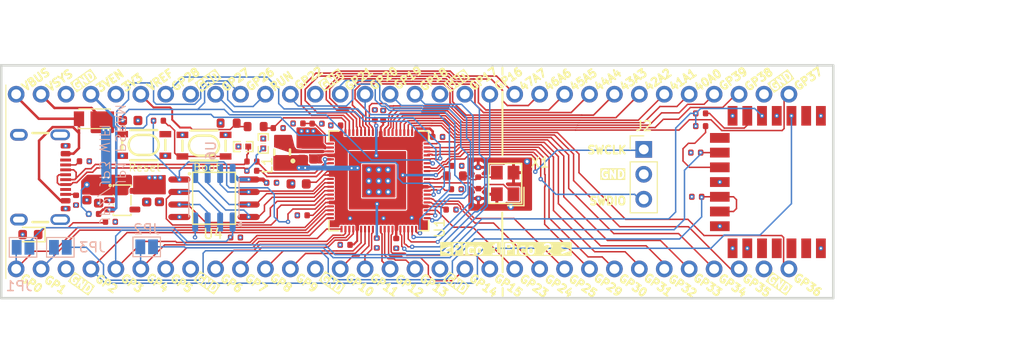
<source format=kicad_pcb>
(kicad_pcb (version 20241229) (generator "pcbnew") (generator_version "9.0")
  (layers (0 "F.Cu" signal "Top Layer") (4 "In1.Cu" signal "Inner1") (6 "In2.Cu" signal "Inner2") (2 "B.Cu" signal "Bottom Layer") (13 "F.Paste" user "Top Paste Mask Layer") (15 "B.Paste" user "Bottom Paste Mask Layer") (5 "F.SilkS" user "Top Silkscreen Layer") (7 "B.SilkS" user "Bottom Silkscreen Layer") (1 "F.Mask" user "Top Solder Mask Layer") (3 "B.Mask" user "Bottom Solder Mask Layer") (25 "Edge.Cuts" user "Multi-Layer"))
  (net 0 "")
  (net 1 "GND")
  (net 2 "RUN")
  (net 3 "1V1")
  (net 4 "Net-(U1-XIN)")
  (net 5 "Net-(U1-QSPI_SS)")
  (net 6 "Net-(U1-XOUT)")
  (net 9 "GPIO4")
  (net 10 "GPIO5")
  (net 11 "GPIO6")
  (net 12 "GPIO7")
  (net 13 "GPIO8")
  (net 14 "GPIO9")
  (net 15 "GPIO10")
  (net 16 "GPIO11")
  (net 17 "GPIO12")
  (net 18 "GPIO13")
  (net 19 "GPIO14")
  (net 20 "GPIO15")
  (net 21 "GPIO16")
  (net 22 "GPIO17")
  (net 23 "GPIO18")
  (net 24 "GPIO19")
  (net 25 "GPIO20")
  (net 26 "GPIO21")
  (net 27 "GPIO22")
  (net 28 "GPIO23")
  (net 29 "GPIO24")
  (net 30 "GPIO25")
  (net 31 "GPIO26")
  (net 32 "GPIO27")
  (net 33 "GPIO28")
  (net 34 "GPIO29")
  (net 35 "GPIO30")
  (net 36 "GPIO31")
  (net 37 "GPIO32")
  (net 38 "GPIO33")
  (net 39 "GPIO34")
  (net 40 "GPIO35")
  (net 41 "GPIO0")
  (net 42 "GPIO1")
  (net 43 "GPIO2")
  (net 44 "GPIO3")
  (net 45 "GPIO39")
  (net 46 "GPIO38")
  (net 47 "GPIO37")
  (net 48 "GPIO36")
  (net 49 "VSYS")
  (net 50 "3V3_EN")
  (net 51 "VBUS")
  (net 52 "Net-(Boot1-Pad1)")
  (net 53 "Net-(U1-VREG_AVDD)")
  (net 54 "Net-(C17-Pad1)")
  (net 55 "/VREG_LX")
  (net 56 "Net-(USB1-CC1)")
  (net 57 "Net-(USB1-CC2)")
  (net 59 "GPIO47{slash}ADC7")
  (net 60 "GPIO44{slash}ADC4")
  (net 61 "GPIO45{slash}ADC5")
  (net 62 "GPIO42{slash}ADC2")
  (net 63 "GPIO43{slash}ADC3")
  (net 64 "GPIO46{slash}ADC6")
  (net 65 "GPIO41{slash}ADC1")
  (net 66 "GPIO40{slash}ADC0")
  (net 70 "ADC_VREF")
  (net 71 "Net-(U1-ADC_AVDD)")
  (net 72 "USB2_D-")
  (net 73 "USB2_D+")
  (net 74 "Net-(U1-USB_DM)")
  (net 75 "Net-(U1-USB_DP)")
  (net 76 "Net-(PWR_LED1-Pad1)")
  (net 77 "QSPI_SCLK")
  (net 78 "QSPI_SD3")
  (net 79 "QSPI_SD1")
  (net 80 "QSPI_SD2")
  (net 81 "QSPI_SD0")
  (net 86 "Net-(JP1-A)")
  (net 87 "Net-(JP2-A)")
  (net 88 "Net-(JP3-B)")
  (net 89 "Net-(U5-DO)")
  (net 90 "Net-(U5-nIRQ)")
  (net 91 "3V3")
  (net 92 "SWCLK")
  (net 93 "SWDIO")
  (footprint "Connector_PinHeader_2.54mm:PinHeader_1x03_P2.54mm_Vertical" (layer "F.Cu") (at 174.85 98.22)
    (property "Reference" "J2")
    (property "Value" "Conn_01x03_Pin" (hide yes))
  )
  (footprint "PCM_JLCPCB:C_0402" (layer "F.Cu") (at 148.3 94.75 -90)
    (property "Reference" "C14" (hide yes))
    (property "Value" "100nF" (hide yes))
  )
  (footprint "PCM_JLCPCB:R_0603" (layer "F.Cu") (at 135.3 95.9 180)
    (property "Reference" "R7" (hide yes))
    (property "Value" "1Ω" (hide yes))
  )
  (footprint "Custom:rpi_rmc20452t" (layer "F.Cu") (at 190.35 101.55 -90)
    (property "Reference" "U5" (hide yes))
    (property "Value" "RPI Radio Module 2" (hide yes))
  )
  (footprint "PCM_JLCPCB:C_0603" (layer "F.Cu") (at 122.53 95.28 180)
    (property "Reference" "C15" (hide yes))
    (property "Value" "100nF" (hide yes))
  )
  (footprint "EasyEDA:D0402-BI" (layer "F.Cu") (at 134.05 97.93)
    (property "Reference" "D2" (hide yes))
    (property "Value" "RCLAMP0521P.TCT-MS" (hide yes))
  )
  (footprint "PCM_JLCPCB:C_0402" (layer "F.Cu") (at 136.925 101.62 180)
    (property "Reference" "C16" (hide yes))
    (property "Value" "100nF" (hide yes))
  )
  (footprint "PCM_JLCPCB:R_0402" (layer "F.Cu") (at 180.25 103.05 180)
    (property "Reference" "R10" (hide yes))
    (property "Value" "10kΩ" (hide yes))
  )
  (footprint "PCM_JLCPCB:SOT-23-5_L3.0-W1.7-P0.95-LS2.8-BR" (layer "F.Cu") (at 121.7 103.4 180)
    (property "Reference" "U3" (hide yes))
    (property "Value" "~" (hide yes))
  )
  (footprint "RP2350 Dev Board:POWERDI-123_L2.8-W1.8-LS3.7-RD" (layer "F.Cu") (at 118.4875 95.1 180)
    (property "Reference" "D1" (hide yes))
    (property "Value" "~")
  )
  (footprint "PCM_JLCPCB:D_0603" (layer "F.Cu") (at 112.35 106.9 180)
    (property "Reference" "PWR_LED1" (hide yes))
    (property "Value" "Red" (hide yes))
  )
  (footprint "PCM_JLCPCB:R_0402" (layer "F.Cu") (at 134.92 99.46 180)
    (property "Reference" "R2" (hide yes))
    (property "Value" "33Ω" (hide yes))
  )
  (footprint "PCM_JLCPCB:C_0402" (layer "F.Cu") (at 153.85 96.95)
    (property "Reference" "C7" (hide yes))
    (property "Value" "100nF" (hide yes))
  )
  (footprint "PCM_JLCPCB:C_0402" (layer "F.Cu") (at 157.98 100.55 90)
    (property "Reference" "C17" (hide yes))
    (property "Value" "15pF" (hide yes))
  )
  (footprint "PCM_JLCPCB:C_0603" (layer "F.Cu") (at 140.0275 98.435 -90)
    (property "Reference" "C10" (hide yes))
    (property "Value" "4.7uF" (hide yes))
  )
  (footprint "PCM_JLCPCB:C_0603" (layer "F.Cu") (at 139.68 101.74)
    (property "Reference" "C9" (hide yes))
    (property "Value" "100nF" (hide yes))
  )
  (footprint "PCM_JLCPCB:C_0402" (layer "F.Cu") (at 158 102.72 90)
    (property "Reference" "C18" (hide yes))
    (property "Value" "15pF" (hide yes))
  )
  (footprint "PCM_JLCPCB:C_0402" (layer "F.Cu") (at 149.626 107.8 -90)
    (property "Reference" "C3" (hide yes))
    (property "Value" "100nF" (hide yes))
  )
  (footprint "EasyEDA:D0402-BI" (layer "F.Cu") (at 136.08 97.62 -90)
    (property "Reference" "D3" (hide yes))
    (property "Value" "RCLAMP0521P.TCT-MS" (hide yes))
  )
  (footprint "PCM_JLCPCB:R_0402" (layer "F.Cu") (at 180.65 94.55 180)
    (property "Reference" "R15" (hide yes))
    (property "Value" "470Ω" (hide yes))
  )
  (footprint "PCM_JLCPCB:C_0402" (layer "F.Cu") (at 147.447 94.7 -90)
    (property "Reference" "C13" (hide yes))
    (property "Value" "100nF" (hide yes))
  )
  (footprint "PCM_JLCPCB:C_0402" (layer "F.Cu") (at 155.214 104.358)
    (property "Reference" "C4" (hide yes))
    (property "Value" "100nF" (hide yes))
  )
  (footprint "RP2350 Dev Board:CRYSTAL-SMD_4P-L3.2-W2.5-BL" (layer "F.Cu") (at 160.73 101.69 90)
    (property "Reference" "X1")
    (property "Value" "~" (hide yes))
  )
  (footprint "PCM_JLCPCB:R_0402" (layer "F.Cu") (at 180.65 95.85)
    (property "Reference" "R16" (hide yes))
    (property "Value" "10kΩ" (hide yes))
  )
  (footprint "PCM_JLCPCB:R_0402" (layer "F.Cu") (at 141.56 95.6 180)
    (property "Reference" "R6" (hide yes))
    (property "Value" "33Ω" (hide yes))
  )
  (footprint "Custom:Pads_1x33_P2.54mm_Vertical" (layer "F.Cu") (at 110.9 110.4 90)
    (property "Reference" "J3" (hide yes))
    (property "Value" "Conn_01x32_MountingPin")
  )
  (footprint "PCM_JLCPCB:C_0402" (layer "F.Cu") (at 137.6 96.05)
    (property "Reference" "C19" (hide yes))
    (property "Value" "4.7uF" (hide yes))
  )
  (footprint "PCM_JLCPCB:R_0402" (layer "F.Cu") (at 180.15 98.55 180)
    (property "Reference" "R9" (hide yes))
    (property "Value" "10kΩ" (hide yes))
  )
  (footprint "PCM_JLCPCB:C_0402" (layer "F.Cu") (at 139.62 95.58)
    (property "Reference" "C11" (hide yes))
    (property "Value" "4.7uF" (hide yes))
  )
  (footprint "RP2350 Dev Board:USB-C-SMD_TYPE-C-6PIN-2MD-073" (layer "F.Cu") (at 113.558 101.056 -90)
    (property "Reference" "USB1" (hide yes))
    (property "Value" "~" (hide yes))
  )
  (footprint "PCM_JLCPCB:C_0402" (layer "F.Cu") (at 155.8 99.9)
    (property "Reference" "C5" (hide yes))
    (property "Value" "100nF" (hide yes))
  )
  (footprint "RP2350 Dev Board:KEY-SMD_4P-L4.2-W3.2-P2.20-LS5.1-TL" (layer "F.Cu") (at 123.9 97.77)
    (property "Reference" "Reset1" (hide yes))
    (property "Value" "K2-1808SN-A4SW-01" (hide yes))
  )
  (footprint "PCM_JLCPCB:R_0402" (layer "F.Cu") (at 117 103.4 90)
    (property "Reference" "R4" (hide yes))
    (property "Value" "5.1kΩ" (hide yes))
  )
  (footprint "PCM_JLCPCB:R_0402" (layer "F.Cu") (at 125.4 95.3 180)
    (property "Reference" "R5" (hide yes))
    (property "Value" "1kΩ" (hide yes))
  )
  (footprint "PCM_JLCPCB:R_0402" (layer "F.Cu") (at 117.85 99.43 180)
    (property "Reference" "R1" (hide yes))
    (property "Value" "5.1kΩ" (hide yes))
  )
  (footprint "PCM_JLCPCB:C_0402" (layer "F.Cu") (at 144.419 107.95 180)
    (property "Reference" "C1" (hide yes))
    (property "Value" "100nF" (hide yes))
  )
  (footprint "PCM_JLCPCB:R_0402" (layer "F.Cu") (at 120.5 105.6)
    (property "Reference" "R12" (hide yes))
    (property "Value" "2kΩ" (hide yes))
  )
  (footprint "RP2350 Dev Board:QFN-80_L10.0-W10.0-P0.40-TL-EP3.4" (layer "F.Cu") (at 147.850396 101.429109 90)
    (property "Reference" "U1")
    (property "Value" "~")
  )
  (footprint "PCM_JLCPCB:C_0603" (layer "F.Cu") (at 124.2 102.8 -90)
    (property "Reference" "C40" (hide yes))
    (property "Value" "10uF" (hide yes))
  )
  (footprint "RP2350 Dev Board:KEY-SMD_4P-L4.2-W3.2-P2.20-LS5.1-TL" (layer "F.Cu") (at 130.04 97.84 180)
    (property "Reference" "Boot1" (hide yes))
    (property "Value" "K2-1808SN-A4SW-01" (hide yes))
  )
  (footprint "PCM_JLCPCB:R_0402" (layer "F.Cu") (at 134.91 100.4 180)
    (property "Reference" "R3" (hide yes))
    (property "Value" "33Ω" (hide yes))
  )
  (footprint "PCM_JLCPCB:C_0603" (layer "F.Cu") (at 118.1 102.6 -90)
    (property "Reference" "C39" (hide yes))
    (property "Value" "100nF" (hide yes))
  )
  (footprint "RP2350 Dev Board:IND-SMD_L2.0-W1.6_AOTA-B201610S3R3-101-T" (layer "F.Cu") (at 138 98.5 -90)
    (property "Reference" "L1")
    (property "Value" "~" (hide yes))
  )
  (footprint "PCM_JLCPCB:R_0402" (layer "F.Cu") (at 118.8 104.8)
    (property "Reference" "R11" (hide yes))
    (property "Value" "100kΩ" (hide yes))
  )
  (footprint "PCM_JLCPCB:R_0603" (layer "F.Cu") (at 155.6 100.929 180)
    (property "Reference" "R28" (hide yes))
    (property "Value" "1kΩ" (hide yes))
  )
  (footprint "Custom:Pads_1x33_P2.54mm_Vertical_2" (layer "F.Cu") (at 110.9 92.6 90)
    (property "Reference" "J1" (hide yes))
    (property "Value" "Conn_01x32_MountingPin")
  )
  (footprint "PCM_JLCPCB:C_0402" (layer "F.Cu") (at 147.645 107.7615 -90)
    (property "Reference" "C2" (hide yes))
    (property "Value" "100nF" (hide yes))
  )
  (footprint "PCM_JLCPCB:C_0603" (layer "F.Cu") (at 141.227 98.441 -90)
    (property "Reference" "C12" (hide yes))
    (property "Value" "4.7uF" (hide yes))
  )
  (footprint "PCM_JLCPCB:C_0603" (layer "F.Cu") (at 119.3 102.92 -90)
    (property "Reference" "C37" (hide yes))
    (property "Value" "10uF" (hide yes))
  )
  (footprint "PCM_JLCPCB:C_0402" (layer "F.Cu") (at 140.05 104.94)
    (property "Reference" "C8" (hide yes))
    (property "Value" "100nF" (hide yes))
  )
  (footprint "PCM_JLCPCB:C_0603" (layer "F.Cu") (at 125.5 102.78 -90)
    (property "Reference" "C38" (hide yes))
    (property "Value" "100nF" (hide yes))
  )
  (footprint "PCM_JLCPCB:C_0402" (layer "F.Cu") (at 155.75 102.28)
    (property "Reference" "C6" (hide yes))
    (property "Value" "100nF" (hide yes))
  )
  (footprint "PCM_JLCPCB:R_0603" (layer "F.Cu") (at 132.55 95.55 180)
    (property "Reference" "R8" (hide yes))
    (property "Value" "200Ω" (hide yes))
  )
  (footprint "PCM_JLCPCB:SOIC-8_L5.3-W5.3-P1.27-LS8.0-BL" (layer "F.Cu") (at 131.06 103.2 -90)
    (property "Reference" "U4")
    (property "Value" "Winbond W25Q128JVSIQ" (hide yes))
  )
  (footprint "PCM_JLCPCB:R_0402" (layer "F.Cu") (at 133.25 107.2)
    (property "Reference" "R14" (hide yes))
    (property "Value" "10kΩ" (hide yes))
  )
  (footprint "PCM_JLCPCB:C_0402" (layer "F.Cu") (at 143.46 95.78)
    (property "Reference" "C36" (hide yes))
    (property "Value" "100nF" (hide yes))
  )
  (footprint "Jumper:SolderJumper-2_P1.3mm_Open_Pad1.0x1.5mm" (layer "B.Cu") (at 111.6 108.2 180)
    (property "Reference" "JP1")
    (property "Value" "SolderJumper_2_Open" (hide yes))
  )
  (footprint "Jumper:SolderJumper-2_P1.3mm_Open_Pad1.0x1.5mm" (layer "B.Cu") (at 124.2 108.15 180)
    (property "Reference" "JP2")
    (property "Value" "SolderJumper_2_Open" (hide yes))
  )
  (footprint "Jumper:SolderJumper-2_P1.3mm_Open_Pad1.0x1.5mm" (layer "B.Cu") (at 115.4 108.2)
    (property "Reference" "JP3")
    (property "Value" "SolderJumper_2_Open" (hide yes))
  )
  (footprint "Package_SO:SOIC-8_3.9x4.9mm_P1.27mm" (layer "B.Cu") (at 131.05 103.15 90)
    (property "Reference" "U6")
    (property "Value" "ESP-PSRAM32" (hide yes))
  )
  (gr_line (start 109.85 111.4) (end 109.85 91.65) (stroke (width 0.1)) (layer "F.SilkS"))
  (gr_line (start 160.475 110.725) (end 160.425 104.675) (stroke (width 0.2)) (layer "F.SilkS"))
  (gr_line (start 160.45 92.35) (end 160.45 98.85) (stroke (width 0.2)) (layer "F.SilkS"))
  (gr_line (start 160.45 90.6) (end 160.45 89.9) (stroke (width 0.2)) (layer "F.SilkS"))
  (gr_line (start 160.475 112.35) (end 160.475 113.15) (stroke (width 0.2)) (layer "F.SilkS"))
  (gr_rect (start 109.38 89.6585) (end 194.16 113.3815) (stroke (width 0.254)) (fill no) (layer "Edge.Cuts"))
  (gr_text "44A4" (at 170.15 92.45 35) (layer "F.SilkS") (effects (font (size 0.8 0.8) (thickness 0.2) (bold yes)) (justify left bottom)))
  (gr_text "GND" (at 154.35 111.5 325) (layer "F.SilkS" knockout) (effects (font (size 0.8 0.8) (thickness 0.2) (bold yes)) (justify left bottom)))
  (gr_text "GP11" (at 146.75 111.45 325) (layer "F.SilkS") (effects (font (size 0.8 0.8) (thickness 0.2) (bold yes)) (justify left bottom)))
  (gr_text "GP27" (at 132.15 92.5 35) (layer "F.SilkS") (effects (font (size 0.8 0.8) (thickness 0.2) (bold yes)) (justify left bottom)))
  (gr_text "GP33" (at 179.7 111.45 325) (layer "F.SilkS") (effects (font (size 0.8 0.8) (thickness 0.2) (bold yes)) (justify left bottom)))
  (gr_text "GP4" (at 123.95 111.45 325) (layer "F.SilkS") (effects (font (size 0.8 0.8) (thickness 0.2) (bold yes)) (justify left bottom)))
  (gr_text "SWCLK" (at 169 98.75 0) (layer "F.SilkS") (effects (font (size 0.8 0.8) (thickness 0.2) (bold yes)) (justify left bottom)))
  (gr_text "GND" (at 188 92.45 35) (layer "F.SilkS" knockout) (effects (font (size 0.8 0.8) (thickness 0.2) (bold yes)) (justify left bottom)))
  (gr_text "GP36" (at 189.9 111.45 325) (layer "F.SilkS") (effects (font (size 0.8 0.8) (thickness 0.2) (bold yes)) (justify left bottom)))
  (gr_text "41A1" (at 177.8 92.45 35) (layer "F.SilkS") (effects (font (size 0.8 0.8) (thickness 0.2) (bold yes)) (justify left bottom)))
  (gr_text "GP8" (at 136.55 111.45 325) (layer "F.SilkS") (effects (font (size 0.8 0.8) (thickness 0.2) (bold yes)) (justify left bottom)))
  (gr_text "GP35" (at 184.7 111.5 325) (layer "F.SilkS") (effects (font (size 0.8 0.8) (thickness 0.2) (bold yes)) (justify left bottom)))
  (gr_text "SWDIO" (at 169.2 103.95 0) (layer "F.SilkS") (effects (font (size 0.8 0.8) (thickness 0.2) (bold yes)) (justify left bottom)))
  (gr_text "47A7" (at 162.5 92.45 35) (layer "F.SilkS") (effects (font (size 0.8 0.8) (thickness 0.2) (bold yes)) (justify left bottom)))
  (gr_text "GP29" (at 169.55 111.45 325) (layer "F.SilkS") (effects (font (size 0.8 0.8) (thickness 0.2) (bold yes)) (justify left bottom)))
  (gr_text "3V3" (at 122 92.5 35) (layer "F.SilkS") (effects (font (size 0.8 0.8) (thickness 0.2) (bold yes)) (justify left bottom)))
  (gr_text "GP30" (at 172.1 111.5 325) (layer "F.SilkS") (effects (font (size 0.8 0.8) (thickness 0.2) (bold yes)) (justify left bottom)))
  (gr_text "GP39" (at 182.85 92.4 35) (layer "F.SilkS") (effects (font (size 0.8 0.8) (thickness 0.2) (bold yes)) (justify left bottom)))
  (gr_text "GP16" (at 159.95 92.4 35) (layer "F.SilkS") (effects (font (size 0.8 0.8) (thickness 0.2) (bold yes)) (justify left bottom)))
  (gr_text "GP24" (at 164.55 111.55 325) (layer "F.SilkS") (effects (font (size 0.8 0.8) (thickness 0.2) (bold yes)) (justify left bottom)))
  (gr_text "GP28" (at 127.05 92.45 35) (layer "F.SilkS") (effects (font (size 0.8 0.8) (thickness 0.2) (bold yes)) (justify left bottom)))
  (gr_text "GP17" (at 157.4 92.4 35) (layer "F.SilkS") (effects (font (size 0.8 0.8) (thickness 0.2) (bold yes)) (justify left bottom)))
  (gr_text "RUN" (at 137.1 92.45 35) (layer "F.SilkS") (effects (font (size 0.8 0.8) (thickness 0.2) (bold yes)) (justify left bottom)))
  (gr_text "VBUS" (at 111.8 92.45 35) (layer "F.SilkS") (effects (font (size 0.8 0.8) (thickness 0.2) (bold yes)) (justify left bottom)))
  (gr_text "GND\n" (at 142.2 92.35 35) (layer "F.SilkS" knockout) (effects (font (size 0.8 0.8) (thickness 0.2) (bold yes)) (justify left bottom)))
  (gr_text "GND" (at 141.7 111.45 325) (layer "F.SilkS" knockout) (effects (font (size 0.8 0.8) (thickness 0.2) (bold yes)) (justify left bottom)))
  (gr_text "GP20\n" (at 147.25 92.35 35) (layer "F.SilkS") (effects (font (size 0.8 0.8) (thickness 0.2) (bold yes)) (justify left bottom)))
  (gr_text "GND" (at 155 92.4 35) (layer "F.SilkS" knockout) (effects (font (size 0.8 0.8) (thickness 0.2) (bold yes)) (justify left bottom)))
  (gr_text "Boot" (at 128.88 100.5 0) (layer "F.SilkS") (effects (font (size 0.8 0.8) (thickness 0.1)) (justify left bottom)))
  (gr_text "GP13" (at 151.8 111.5 325) (layer "F.SilkS") (effects (font (size 0.8 0.8) (thickness 0.2) (bold yes)) (justify left bottom)))
  (gr_text "GND\n" (at 116.95 92.4 35) (layer "F.SilkS" knockout) (effects (font (size 0.8 0.8) (thickness 0.2) (bold yes)) (justify left bottom)))
  (gr_text "GP23" (at 162 111.55 325) (layer "F.SilkS") (effects (font (size 0.8 0.8) (thickness 0.2) (bold yes)) (justify left bottom)))
  (gr_text "<Pico 1" (at 153.95 109 0) (layer "F.SilkS" knockout) (effects (font (size 1 1) (thickness 0.2) (bold yes)) (justify left bottom)))
  (gr_text "GP31" (at 174.65 111.45 325) (layer "F.SilkS") (effects (font (size 0.8 0.8) (thickness 0.2) (bold yes)) (justify left bottom)))
  (gr_text "40A0" (at 180.35 92.5 35) (layer "F.SilkS") (effects (font (size 0.8 0.8) (thickness 0.2) (bold yes)) (justify left bottom)))
  (gr_text "VREF" (at 124.55 92.45 35) (layer "F.SilkS") (effects (font (size 0.8 0.8) (thickness 0.2) (bold yes)) (justify left bottom)))
  (gr_text "GP14" (at 156.85 111.5 325) (layer "F.SilkS") (effects (font (size 0.8 0.8) (thickness 0.2) (bold yes)) (justify left bottom)))
  (gr_text "GND" (at 116.15 111.55 325) (layer "F.SilkS" knockout) (effects (font (size 0.8 0.8) (thickness 0.2) (bold yes)) (justify left bottom)))
  (gr_text "45A5" (at 167.65 92.45 35) (layer "F.SilkS") (effects (font (size 0.8 0.8) (thickness 0.2) (bold yes)) (justify left bottom)))
  (gr_text "GP7\n" (at 134 111.5 325) (layer "F.SilkS") (effects (font (size 0.8 0.8) (thickness 0.2) (bold yes)) (justify left bottom)))
  (gr_text "GP6\n" (at 131.5 111.5 325) (layer "F.SilkS") (effects (font (size 0.8 0.8) (thickness 0.2) (bold yes)) (justify left bottom)))
  (gr_text "GP3\n" (at 121.35 111.5 325) (layer "F.SilkS") (effects (font (size 0.8 0.8) (thickness 0.2) (bold yes)) (justify left bottom)))
  (gr_text "Pico 2 >" (at 160.45 109 0) (layer "F.SilkS" knockout) (effects (font (size 1 1) (thickness 0.2) (bold yes)) (justify left bottom)))
  (gr_text "GP2" (at 118.75 111.55 325) (layer "F.SilkS") (effects (font (size 0.8 0.8) (thickness 0.2) (bold yes)) (justify left bottom)))
  (gr_text "GND" (at 187.25 111.55 325) (layer "F.SilkS" knockout) (effects (font (size 0.8 0.8) (thickness 0.2) (bold yes)) (justify left bottom)))
  (gr_text "GP25" (at 167 111.55 325) (layer "F.SilkS") (effects (font (size 0.8 0.8) (thickness 0.2) (bold yes)) (justify left bottom)))
  (gr_text "GP18" (at 152.35 92.45 35) (layer "F.SilkS") (effects (font (size 0.8 0.8) (thickness 0.2) (bold yes)) (justify left bottom)))
  (gr_text "GP21\n" (at 144.7 92.4 35) (layer "F.SilkS") (effects (font (size 0.8 0.8) (thickness 0.2) (bold yes)) (justify left bottom)))
  (gr_text "GND" (at 170.35 101.25 0) (layer "F.SilkS" knockout) (effects (font (size 0.8 0.8) (thickness 0.2) (bold yes)) (justify left bottom)))
  (gr_text "GND" (at 128.95 111.45 325) (layer "F.SilkS" knockout) (effects (font (size 0.8 0.8) (thickness 0.2) (bold yes)) (justify left bottom)))
  (gr_text "VSYS" (at 114.3 92.5 35) (layer "F.SilkS") (effects (font (size 0.8 0.8) (thickness 0.2) (bold yes)) (justify left bottom)))
  (gr_text "GND\n" (at 129.65 92.4 35) (layer "F.SilkS" knockout) (effects (font (size 0.8 0.8) (thickness 0.2) (bold yes)) (justify left bottom)))
  (gr_text "GP15" (at 159.4 111.5 325) (layer "F.SilkS") (effects (font (size 0.8 0.8) (thickness 0.2) (bold yes)) (justify left bottom)))
  (gr_text "GP9" (at 139.15 111.45 325) (layer "F.SilkS") (effects (font (size 0.8 0.8) (thickness 0.2) (bold yes)) (justify left bottom)))
  (gr_text "GP32" (at 177.15 111.55 325) (layer "F.SilkS") (effects (font (size 0.8 0.8) (thickness 0.2) (bold yes)) (justify left bottom)))
  (gr_text "GP1" (at 113.55 111.65 325) (layer "F.SilkS") (effects (font (size 0.8 0.8) (thickness 0.2) (bold yes)) (justify left bottom)))
  (gr_text "GP34" (at 182.25 111.5 325) (layer "F.SilkS") (effects (font (size 0.8 0.8) (thickness 0.2) (bold yes)) (justify left bottom)))
  (gr_text "GP22\n" (at 139.6 92.35 35) (layer "F.SilkS") (effects (font (size 0.8 0.8) (thickness 0.2) (bold yes)) (justify left bottom)))
  (gr_text "GP12" (at 149.3 111.55 325) (layer "F.SilkS") (effects (font (size 0.8 0.8) (thickness 0.2) (bold yes)) (justify left bottom)))
  (gr_text "GP19" (at 149.7 92.3 35) (layer "F.SilkS") (effects (font (size 0.8 0.8) (thickness 0.2) (bold yes)) (justify left bottom)))
  (gr_text "42A2" (at 175.25 92.45 35) (layer "F.SilkS") (effects (font (size 0.8 0.8) (thickness 0.2) (bold yes)) (justify left bottom)))
  (gr_text "GP5\n" (at 126.4 111.5 325) (layer "F.SilkS") (effects (font (size 0.8 0.8) (thickness 0.2) (bold yes)) (justify left bottom)))
  (gr_text "Reset" (at 122.28 100.54 0) (layer "F.SilkS") (effects (font (size 0.8 0.8) (thickness 0.1)) (justify left bottom)))
  (gr_text "GP37" (at 190.5 92.4 35) (layer "F.SilkS") (effects (font (size 0.8 0.8) (thickness 0.2) (bold yes)) (justify left bottom)))
  (gr_text "3VEN" (at 119.4 92.55 35) (layer "F.SilkS") (effects (font (size 0.8 0.8) (thickness 0.2) (bold yes)) (justify left bottom)))
  (gr_text "GP0" (at 111.1 111.5 325) (layer "F.SilkS") (effects (font (size 0.8 0.8) (thickness 0.2) (bold yes)) (justify left bottom)))
  (gr_text "GP38" (at 185.45 92.45 35) (layer "F.SilkS") (effects (font (size 0.8 0.8) (thickness 0.2) (bold yes)) (justify left bottom)))
  (gr_text "46A6" (at 165.05 92.45 35) (layer "F.SilkS") (effects (font (size 0.8 0.8) (thickness 0.2) (bold yes)) (justify left bottom)))
  (gr_text "GP10" (at 144.25 111.45 325) (layer "F.SilkS") (effects (font (size 0.8 0.8) (thickness 0.2) (bold yes)) (justify left bottom)))
  (gr_text "GP26\n" (at 134.65 92.45 35) (layer "F.SilkS") (effects (font (size 0.8 0.8) (thickness 0.2) (bold yes)) (justify left bottom)))
  (gr_text "43A3" (at 172.75 92.45 35) (layer "F.SilkS") (effects (font (size 0.8 0.8) (thickness 0.2) (bold yes)) (justify left bottom)))
  (gr_text "     JP1 PSRAM\nJP2/JP3 WIFI" (at 119.3 105.9 270) (layer "B.SilkS") (effects (font (size 1 1) (thickness 0.1)) (justify left bottom mirror)))
  (segment (start 142.4 98.037) (end 142.26 98.037) (width 0.2) (layer "F.Cu") (net 1))
  (segment (start 142.4 98.037) (end 142.4 98) (width 0.2) (layer "F.Cu") (net 1))
  (segment (start 137.48 101.63) (end 137.47 101.62) (width 0.15) (layer "F.Cu") (net 1))
  (segment (start 142.4 98) (end 142.25 97.85) (width 0.2) (layer "F.Cu") (net 1))
  (segment (start 137.497 101.647) (end 137.48 101.63) (width 0.15) (layer "F.Cu") (net 1))
  (segment (start 142.9405 98.037) (end 142.4 98.037) (width 0.2) (layer "F.Cu") (net 1))
  (via (at 141.176 96.357) (size 0.45) (drill 0.2) (layers "F.Cu" "B.Cu") (net 1))
  (via (at 158 103.22) (size 0.45) (drill 0.2) (layers "F.Cu" "B.Cu") (net 1))
  (via (at 161.3 104.08) (size 0.63) (drill 0.3) (layers "F.Cu" "B.Cu") (net 1))
  (via (at 127.84 96.74) (size 0.45) (drill 0.2) (layers "F.Cu" "B.Cu") (net 1))
  (via (at 148.3 94.25) (size 0.45) (drill 0.2) (layers "F.Cu" "B.Cu") (net 1))
  (via (at 182.6 101.55) (size 0.45) (drill 0.2) (layers "F.Cu" "B.Cu") (net 1))
  (via (at 147.848 100.294) (size 0.63) (drill 0.3) (layers "F.Cu" "B.Cu") (net 1))
  (via (at 125.5 103.56) (size 0.45) (drill 0.2) (layers "F.Cu" "B.Cu") (net 1))
  (via (at 118.35 99.43) (size 0.45) (drill 0.2) (layers "F.Cu" "B.Cu") (net 1))
  (via (at 124.2 103.58) (size 0.45) (drill 0.2) (layers "F.Cu" "B.Cu") (net 1))
  (via (at 120.4 103.4) (size 0.4) (drill 0.2) (layers "F.Cu" "B.Cu") (net 1))
  (via (at 188.4 94.8) (size 0.45) (drill 0.2) (layers "F.Cu" "B.Cu") (net 1))
  (via (at 162.96 99.46) (size 0.63) (drill 0.3) (layers "F.Cu" "B.Cu") (net 1))
  (via (at 138.1 96.05) (size 0.4) (drill 0.2) (layers "F.Cu" "B.Cu") (net 1))
  (via (at 127.53 105.11) (size 0.45) (drill 0.2) (layers "F.Cu" "B.Cu") (net 1))
  (via (at 148.8025 102.5585) (size 0.63) (drill 0.3) (layers "F.Cu" "B.Cu") (net 1))
  (via (at 183.9 108.3) (size 0.45) (drill 0.2) (layers "F.Cu" "B.Cu") (net 1))
  (via (at 155.759 104.358) (size 0.45) (drill 0.2) (layers "F.Cu" "B.Cu") (net 1))
  (via (at 133.55 97.93) (size 0.45) (drill 0.2) (layers "F.Cu" "B.Cu") (net 1))
  (via (at 139.974 96.357) (size 0.45) (drill 0.2) (layers "F.Cu" "B.Cu") (net 1))
  (via (at 179.75 103.05) (size 0.45) (drill 0.2) (layers "F.Cu" "B.Cu") (net 1))
  (via (at 192.9 94.8) (size 0.45) (drill 0.2) (layers "F.Cu" "B.Cu") (net 1))
  (via (at 118.1 103.38) (size 0.4) (drill 0.2) (layers "F.Cu" "B.Cu") (net 1))
  (via (at 148.7895 100.294) (size 0.63) (drill 0.3) (layers "F.Cu" "B.Cu") (net 1))
  (via (at 140.5875 96.357) (size 0.45) (drill 0.2) (layers "F.Cu" "B.Cu") (net 1))
  (via (at 115.938 97.856) (size 0.45) (drill 0.2) (layers "F.Cu" "B.Cu") (net 1))
  (via (at 126.1 98.87) (size 0.45) (drill 0.2) (layers "F.Cu" "B.Cu") (net 1))
  (via (at 115.938 104.256) (size 0.45) (drill 0.2) (layers "F.Cu" "B.Cu") (net 1))
  (via (at 154.349999 96.95) (size 0.45) (drill 0.2) (layers "F.Cu" "B.Cu") (net 1))
  (via (at 146.832 100.294) (size 0.63) (drill 0.3) (layers "F.Cu" "B.Cu") (net 1))
  (via (at 119.3 103.7) (size 0.4) (drill 0.2) (layers "F.Cu" "B.Cu") (net 1))
  (via (at 156.25 102.28) (size 0.45) (drill 0.2) (layers "F.Cu" "B.Cu") (net 1))
  (via (at 146.8365 102.5585) (size 0.63) (drill 0.3) (layers "F.Cu" "B.Cu") (net 1))
  (via (at 121 105.6) (size 0.45) (drill 0.2) (layers "F.Cu" "B.Cu") (net 1))
  (via (at 136.08 97.12) (size 0.45) (drill 0.2) (layers "F.Cu" "B.Cu") (net 1))
  (via (at 123.31 95.28) (size 0.45) (drill 0.2) (layers "F.Cu" "B.Cu") (net 1))
  (via (at 132.24 96.74) (size 0.45) (drill 0.2) (layers "F.Cu" "B.Cu") (net 1))
  (via (at 142.96 95.78) (size 0.45) (drill 0.2) (layers "F.Cu" "B.Cu") (net 1))
  (via (at 121.7 98.87) (size 0.45) (drill 0.2) (layers "F.Cu" "B.Cu") (net 1))
  (via (at 148.7895 101.437) (size 0.63) (drill 0.3) (layers "F.Cu" "B.Cu") (net 1))
  (via (at 157.98 100.05) (size 0.45) (drill 0.2) (layers "F.Cu" "B.Cu") (net 1))
  (via (at 139.12 95.58) (size 0.45) (drill 0.2) (layers "F.Cu" "B.Cu") (net 1))
  (via (at 147.848 101.437) (size 0.63) (drill 0.3) (layers "F.Cu" "B.Cu") (net 1))
  (via (at 192.9 108.3) (size 0.45) (drill 0.2) (layers "F.Cu" "B.Cu") (net 1))
  (via (at 139.55 104.94) (size 0.45) (drill 0.2) (layers "F.Cu" "B.Cu") (net 1))
  (via (at 129.125 107.175) (size 0.45) (drill 0.2) (layers "F.Cu" "B.Cu") (net 1))
  (via (at 147.645 108.2415) (size 0.45) (drill 0.2) (layers "F.Cu" "B.Cu") (net 1))
  (via (at 156.3 99.9) (size 0.45) (drill 0.2) (layers "F.Cu" "B.Cu") (net 1))
  (via (at 146.8365 101.437) (size 0.63) (drill 0.3) (layers "F.Cu" "B.Cu") (net 1))
  (via (at 149.626 108.3) (size 0.45) (drill 0.2) (layers "F.Cu" "B.Cu") (net 1))
  (via (at 117 103.9) (size 0.45) (drill 0.2) (layers "F.Cu" "B.Cu") (net 1))
  (via (at 139.048 101.691) (size 0.45) (drill 0.2) (layers "F.Cu" "B.Cu") (net 1))
  (via (at 137.48 101.63) (size 0.45) (drill 0.2) (layers "F.Cu" "B.Cu") (net 1))
  (via (at 147.848 102.5585) (size 0.63) (drill 0.3) (layers "F.Cu" "B.Cu") (net 1))
  (via (at 179.65 98.55) (size 0.45) (drill 0.2) (layers "F.Cu" "B.Cu") (net 1))
  (via (at 147.447 94.2) (size 0.45) (drill 0.2) (layers "F.Cu" "B.Cu") (net 1))
  (via (at 183.9 94.8) (size 0.45) (drill 0.2) (layers "F.Cu" "B.Cu") (net 1))
  (via (at 143.919 107.95) (size 0.45) (drill 0.2) (layers "F.Cu" "B.Cu") (net 1))
  (segment (start 129.125 107.175) (end 129.145 107.155) (width 0.15) (layer "B.Cu") (net 1))
  (segment (start 129.145 107.155) (end 129.145 105.625) (width 0.15) (layer "B.Cu") (net 1))
  (segment (start 153.345891 99.654109) (end 153.304109 99.654109) (width 0.15) (layer "F.Cu") (net 2))
  (segment (start 153.345891 99.654109) (end 153.320891 99.629109) (width 0.15) (layer "F.Cu") (net 2))
  (segment (start 121.75 95.28) (end 121.75 96.62) (width 0.15) (layer "F.Cu") (net 2))
  (segment (start 152.763391 99.629109) (end 152.7555 99.637) (width 0.16) (layer "F.Cu") (net 2))
  (segment (start 153.345891 99.654109) (end 153.495891 99.654109) (width 0.16) (layer "F.Cu") (net 2))
  (segment (start 153.279109 99.629109) (end 152.757896 99.629109) (width 0.15) (layer "F.Cu") (net 2))
  (segment (start 153.495891 99.654109) (end 153.5 99.65) (width 0.16) (layer "F.Cu") (net 2))
  (segment (start 153.304109 99.654109) (end 153.279109 99.629109) (width 0.15) (layer "F.Cu") (net 2))
  (segment (start 121.75 96.62) (end 121.7 96.67) (width 0.15) (layer "F.Cu") (net 2))
  (via (at 121.75 95.28) (size 0.45) (drill 0.2) (layers "F.Cu" "B.Cu") (net 2))
  (via (at 153.345891 99.654109) (size 0.45) (drill 0.2) (layers "F.Cu" "B.Cu") (net 2))
  (segment (start 153.345891 99.654109) (end 153.345891 99.595891) (width 0.15) (layer "B.Cu") (net 2))
  (segment (start 132.45 91.9) (end 132.1 91.55) (width 0.15) (layer "B.Cu") (net 2))
  (segment (start 130.1 93.45) (end 129.4 94.15) (width 0.15) (layer "B.Cu") (net 2))
  (segment (start 136.3 92.6) (end 135.05 93.85) (width 0.15) (layer "B.Cu") (net 2))
  (segment (start 130.55 91.55) (end 130.1 92) (width 0.15) (layer "B.Cu") (net 2))
  (segment (start 135.05 93.85) (end 133.15 93.85) (width 0.15) (layer "B.Cu") (net 2))
  (segment (start 153.345891 99.654109) (end 152.991782 99.3) (width 0.15) (layer "B.Cu") (net 2))
  (segment (start 132.45 93.15) (end 132.45 91.9) (width 0.15) (layer "B.Cu") (net 2))
  (segment (start 130.1 92) (end 130.1 93.45) (width 0.15) (layer "B.Cu") (net 2))
  (segment (start 152.991782 99.3) (end 147.082455 99.3) (width 0.15) (layer "B.Cu") (net 2))
  (segment (start 132.1 91.55) (end 130.55 91.55) (width 0.15) (layer "B.Cu") (net 2))
  (segment (start 133.15 93.85) (end 132.45 93.15) (width 0.15) (layer "B.Cu") (net 2))
  (segment (start 129.4 94.15) (end 122.4 94.15) (width 0.15) (layer "B.Cu") (net 2))
  (segment (start 132.1 94.15) (end 129.4 94.15) (width 0.15) (layer "B.Cu") (net 2))
  (segment (start 121.75 94.8) (end 121.75 95.28) (width 0.15) (layer "B.Cu") (net 2))
  (segment (start 132.65 94.7) (end 132.1 94.15) (width 0.15) (layer "B.Cu") (net 2))
  (segment (start 122.4 94.15) (end 121.75 94.8) (width 0.15) (layer "B.Cu") (net 2))
  (segment (start 142.482455 94.7) (end 132.65 94.7) (width 0.15) (layer "B.Cu") (net 2))
  (segment (start 147.082455 99.3) (end 142.482455 94.7) (width 0.15) (layer "B.Cu") (net 2))
  (segment (start 147.644 96.5255) (end 147.648 96.5295) (width 0.2) (layer "F.Cu") (net 3))
  (segment (start 142.9405 99.237) (end 142.3675 99.237) (width 0.254) (layer "F.Cu") (net 3))
  (segment (start 147.593 95.848) (end 147.644 95.899) (width 0.2) (layer "F.Cu") (net 3))
  (segment (start 147.447 95.124) (end 147.447 94.997) (width 0.2) (layer "F.Cu") (net 3))
  (segment (start 147.508 95.763) (end 147.508 95.165) (width 0.2) (layer "F.Cu") (net 3))
  (segment (start 155.293 99.987) (end 155.44 99.84) (width 0.15) (layer "F.Cu") (net 3))
  (segment (start 147.6435 107.294) (end 147.6435 106.3495) (width 0.15) (layer "F.Cu") (net 3))
  (segment (start 147.644 95.899) (end 147.644 96.5255) (width 0.2) (layer "F.Cu") (net 3))
  (segment (start 152.7595 100.841) (end 152.7555 100.837) (width 0.15) (layer "F.Cu") (net 3))
  (segment (start 153.666 100.841) (end 152.7595 100.841) (width 0.15) (layer "F.Cu") (net 3))
  (segment (start 153.666 100.841) (end 153.7515 100.841) (width 0.15) (layer "F.Cu") (net 3))
  (segment (start 147.6435 106.3495) (end 147.648 106.3445) (width 0.15) (layer "F.Cu") (net 3))
  (segment (start 147.508 95.165) (end 147.467 95.124) (width 0.2) (layer "F.Cu") (net 3))
  (segment (start 147.593 95.8125) (end 147.593 95.848) (width 0.2) (layer "F.Cu") (net 3))
  (segment (start 147.593 95.848) (end 147.508 95.763) (width 0.2) (layer "F.Cu") (net 3))
  (segment (start 154.6055 99.987) (end 155.293 99.987) (width 0.15) (layer "F.Cu") (net 3))
  (segment (start 153.7515 100.841) (end 154.6055 99.987) (width 0.15) (layer "F.Cu") (net 3))
  (via (at 140.3505 100.111) (size 0.45) (drill 0.2) (layers "F.Cu" "B.Cu") (net 3))
  (via (at 147.67 103.7825) (size 0.45) (drill 0.2) (layers "F.Cu" "B.Cu") (net 3))
  (via (at 153.666 100.841) (size 0.45) (drill 0.2) (layers "F.Cu" "B.Cu") (net 3))
  (via (at 147.6435 107.294) (size 0.45) (drill 0.2) (layers "F.Cu" "B.Cu") (net 3))
  (via (at 147.593 98.846) (size 0.45) (drill 0.2) (layers "F.Cu" "B.Cu") (net 3))
  (via (at 139.72 100.093) (size 0.45) (drill 0.2) (layers "F.Cu" "B.Cu") (net 3))
  (via (at 150.3 100.841) (size 0.45) (drill 0.2) (layers "F.Cu" "B.Cu") (net 3))
  (via (at 147.593 95.8125) (size 0.45) (drill 0.2) (layers "F.Cu" "B.Cu") (net 3))
  (via (at 145.081 100.131) (size 0.45) (drill 0.2) (layers "F.Cu" "B.Cu") (net 3))
  (via (at 142.3675 99.237) (size 0.45) (drill 0.2) (layers "F.Cu" "B.Cu") (net 3))
  (via (at 145.689 100.117) (size 0.45) (drill 0.2) (layers "F.Cu" "B.Cu") (net 3))
  (segment (start 150.3 100.841) (end 153.666 100.841) (width 0.254) (layer "B.Cu") (net 3))
  (segment (start 145.689 100.117) (end 145.675 100.131) (width 0.5) (layer "B.Cu") (net 3))
  (segment (start 145.675 100.131) (end 145.081 100.131) (width 0.5) (layer "B.Cu") (net 3))
  (segment (start 147.652 103.8005) (end 147.67 103.7825) (width 0.254) (layer "B.Cu") (net 3))
  (segment (start 142.387 100.126) (end 142.372 100.111) (width 0.5) (layer "B.Cu") (net 3))
  (segment (start 147.593 98.846) (end 147.593 95.8125) (width 0.254) (layer "B.Cu") (net 3))
  (segment (start 147.652 107.285) (end 147.652 103.8005) (width 0.254) (layer "B.Cu") (net 3))
  (segment (start 139.72 100.093) (end 139.738 100.111) (width 0.5) (layer "B.Cu") (net 3))
  (segment (start 147.6435 107.294) (end 147.652 107.285) (width 0.254) (layer "B.Cu") (net 3))
  (segment (start 142.372 100.111) (end 140.3505 100.111) (width 0.5) (layer "B.Cu") (net 3))
  (segment (start 142.3675 99.237) (end 142.387 99.2565) (width 0.254) (layer "B.Cu") (net 3))
  (segment (start 145.0775 100.131) (end 142.392 100.131) (width 0.5) (layer "B.Cu") (net 3))
  (segment (start 142.387 99.2565) (end 142.387 100.126) (width 0.254) (layer "B.Cu") (net 3))
  (segment (start 142.392 100.131) (end 142.387 100.126) (width 0.5) (layer "B.Cu") (net 3))
  (segment (start 139.738 100.111) (end 140.3505 100.111) (width 0.5) (layer "B.Cu") (net 3))
  (segment (start 160.55 101.8) (end 158.8 101.8) (width 0.15) (layer "F.Cu") (net 4))
  (segment (start 157.72 102.22) (end 157.137 101.637) (width 0.15) (layer "F.Cu") (net 4))
  (segment (start 158.38 102.22) (end 157.72 102.22) (width 0.15) (layer "F.Cu") (net 4))
  (segment (start 158.8 101.8) (end 158.38 102.22) (width 0.15) (layer "F.Cu") (net 4))
  (segment (start 157.137 101.637) (end 152.7555 101.637) (width 0.15) (layer "F.Cu") (net 4))
  (segment (start 161.152 102.402) (end 160.55 101.8) (width 0.15) (layer "F.Cu") (net 4))
  (segment (start 138.6 105.6) (end 138.6 104.8) (width 0.15) (layer "F.Cu") (net 5))
  (segment (start 142.440891 103.229109) (end 142.942896 103.229109) (width 0.15) (layer "F.Cu") (net 5))
  (segment (start 138.6 104.8) (end 139.1 104.3) (width 0.15) (layer "F.Cu") (net 5))
  (segment (start 139.1 104.3) (end 141.37 104.3) (width 0.15) (layer "F.Cu") (net 5))
  (segment (start 141.37 104.3) (end 142.440891 103.229109) (width 0.15) (layer "F.Cu") (net 5))
  (via (at 127.53 101.29) (size 0.45) (drill 0.2) (layers "F.Cu" "B.Cu") (net 5))
  (via (at 124.9 95.3) (size 0.45) (drill 0.2) (layers "F.Cu" "B.Cu") (net 5))
  (via (at 138.6 105.6) (size 0.45) (drill 0.2) (layers "F.Cu" "B.Cu") (net 5))
  (segment (start 137.2 102.8) (end 137.2 105.1) (width 0.15) (layer "B.Cu") (net 5))
  (segment (start 128.45 99.5) (end 132.05 99.5) (width 0.15) (layer "B.Cu") (net 5))
  (segment (start 132.35 99.8) (end 132.35 101.85) (width 0.15) (layer "B.Cu") (net 5))
  (segment (start 127.53 101.29) (end 127.53 100.42) (width 0.15) (layer "B.Cu") (net 5))
  (segment (start 124.9 95.31) (end 124.9 95.3) (width 0.15) (layer "B.Cu") (net 5))
  (segment (start 136.534 102.134) (end 137.2 102.8) (width 0.15) (layer "B.Cu") (net 5))
  (segment (start 127.53 101.28) (end 124.876 98.626) (width 0.15) (layer "B.Cu") (net 5))
  (segment (start 127.53 101.29) (end 127.53 101.28) (width 0.15) (layer "B.Cu") (net 5))
  (segment (start 132.05 99.5) (end 132.35 99.8) (width 0.15) (layer "B.Cu") (net 5))
  (segment (start 137.2 105.1) (end 137.7 105.6) (width 0.15) (layer "B.Cu") (net 5))
  (segment (start 124.876 95.334) (end 124.9 95.31) (width 0.15) (layer "B.Cu") (net 5))
  (segment (start 137.7 105.6) (end 138.6 105.6) (width 0.15) (layer "B.Cu") (net 5))
  (segment (start 132.35 101.85) (end 132.634 102.134) (width 0.15) (layer "B.Cu") (net 5))
  (segment (start 124.91 95.3) (end 124.94 95.27) (width 0.15) (layer "B.Cu") (net 5))
  (segment (start 132.634 102.134) (end 136.534 102.134) (width 0.15) (layer "B.Cu") (net 5))
  (segment (start 124.9 95.3) (end 124.91 95.3) (width 0.15) (layer "B.Cu") (net 5))
  (segment (start 124.876 98.626) (end 124.876 95.334) (width 0.15) (layer "B.Cu") (net 5))
  (segment (start 127.53 100.42) (end 128.45 99.5) (width 0.15) (layer "B.Cu") (net 5))
  (segment (start 154.0515 101.225) (end 154.2935 100.983) (width 0.15) (layer "F.Cu") (net 6))
  (segment (start 154.2935 100.983) (end 155.0415 100.983) (width 0.15) (layer "F.Cu") (net 6))
  (segment (start 155.0415 100.983) (end 155.0955 100.929) (width 0.15) (layer "F.Cu") (net 6))
  (segment (start 153.842455 101.267) (end 153.884455 101.225) (width 0.15) (layer "F.Cu") (net 6))
  (segment (start 153.489545 101.267) (end 153.842455 101.267) (width 0.15) (layer "F.Cu") (net 6))
  (segment (start 153.447545 101.225) (end 153.489545 101.267) (width 0.15) (layer "F.Cu") (net 6))
  (segment (start 152.7555 101.237) (end 152.7675 101.225) (width 0.15) (layer "F.Cu") (net 6))
  (segment (start 153.884455 101.225) (end 154.0515 101.225) (width 0.15) (layer "F.Cu") (net 6))
  (segment (start 152.7675 101.225) (end 153.447545 101.225) (width 0.15) (layer "F.Cu") (net 6))
  (segment (start 144.048 106.3445) (end 144.048 106.503) (width 0.16) (layer "F.Cu") (net 9))
  (segment (start 141.5765 107.3) (end 135.5 107.3) (width 0.15) (layer "F.Cu") (net 9))
  (segment (start 126.03 107.95) (end 123.58 110.4) (width 0.15) (layer "F.Cu") (net 9))
  (segment (start 144.050396 106.336609) (end 142.539891 106.336609) (width 0.15) (layer "F.Cu") (net 9))
  (segment (start 135.5 107.3) (end 134.85 107.95) (width 0.15) (layer "F.Cu") (net 9))
  (segment (start 142.539891 106.336609) (end 141.5765 107.3) (width 0.15) (layer "F.Cu") (net 9))
  (segment (start 134.85 107.95) (end 126.03 107.95) (width 0.15) (layer "F.Cu") (net 9))
  (segment (start 123.58 110.4) (end 123.58 108.18) (width 0.15) (layer "B.Cu") (net 9))
  (segment (start 123.58 108.18) (end 123.55 108.15) (width 0.15) (layer "B.Cu") (net 9))
  (segment (start 144.450396 106.779604) (end 144.268 106.962) (width 0.15) (layer "F.Cu") (net 10))
  (segment (start 135.651 107.599) (end 135 108.25) (width 0.15) (layer "F.Cu") (net 10))
  (segment (start 142.551064 107.599) (end 135.651 107.599) (width 0.15) (layer "F.Cu") (net 10))
  (segment (start 144.268 106.962) (end 143.188064 106.962) (width 0.15) (layer "F.Cu") (net 10))
  (segment (start 135 108.25) (end 128.27 108.25) (width 0.15) (layer "F.Cu") (net 10))
  (segment (start 143.188064 106.962) (end 142.551064 107.599) (width 0.15) (layer "F.Cu") (net 10))
  (segment (start 128.27 108.25) (end 126.12 110.4) (width 0.15) (layer "F.Cu") (net 10))
  (segment (start 144.450396 106.336609) (end 144.450396 106.779604) (width 0.15) (layer "F.Cu") (net 10))
  (segment (start 143.292032 107.213) (end 142.605032 107.9) (width 0.15) (layer "F.Cu") (net 11))
  (segment (start 135.149 108.501) (end 133.099 108.501) (width 0.15) (layer "F.Cu") (net 11))
  (segment (start 144.848 106.3445) (end 144.848 106.85) (width 0.15) (layer "F.Cu") (net 11))
  (segment (start 142.605032 107.9) (end 135.75 107.9) (width 0.15) (layer "F.Cu") (net 11))
  (segment (start 133.099 108.501) (end 131.2 110.4) (width 0.15) (layer "F.Cu") (net 11))
  (segment (start 144.848 106.85) (end 144.485 107.213) (width 0.15) (layer "F.Cu") (net 11))
  (segment (start 144.485 107.213) (end 143.292032 107.213) (width 0.15) (layer "F.Cu") (net 11))
  (segment (start 135.75 107.9) (end 135.149 108.501) (width 0.15) (layer "F.Cu") (net 11))
  (segment (start 145.248 106.3445) (end 145.248 106.831) (width 0.15) (layer "F.Cu") (net 12))
  (segment (start 135.94 108.2) (end 133.74 110.4) (width 0.15) (layer "F.Cu") (net 12))
  (segment (start 142.66 108.2) (end 135.94 108.2) (width 0.15) (layer "F.Cu") (net 12))
  (segment (start 145.248 106.831) (end 144.615 107.464) (width 0.15) (layer "F.Cu") (net 12))
  (segment (start 143.396 107.464) (end 142.66 108.2) (width 0.15) (layer "F.Cu") (net 12))
  (segment (start 144.615 107.464) (end 143.396 107.464) (width 0.15) (layer "F.Cu") (net 12))
  (segment (start 145.224429 108.569071) (end 143.58 108.569071) (width 0.15) (layer "F.Cu") (net 13))
  (segment (start 146.048 107.7455) (end 145.224429 108.569071) (width 0.15) (layer "F.Cu") (net 13))
  (segment (start 138.110929 108.569071) (end 136.28 110.4) (width 0.15) (layer "F.Cu") (net 13))
  (segment (start 143.58 108.569071) (end 138.110929 108.569071) (width 0.15) (layer "F.Cu") (net 13))
  (segment (start 146.048 106.3445) (end 146.048 107.7455) (width 0.15) (layer "F.Cu") (net 13))
  (segment (start 146.451 107.824) (end 145.447 108.828) (width 0.15) (layer "F.Cu") (net 14))
  (segment (start 140.392 108.828) (end 138.82 110.4) (width 0.15) (layer "F.Cu") (net 14))
  (segment (start 145.447 108.828) (end 140.392 108.828) (width 0.15) (layer "F.Cu") (net 14))
  (segment (start 146.448 106.3445) (end 146.451 106.3475) (width 0.15) (layer "F.Cu") (net 14))
  (segment (start 146.451 106.3475) (end 146.451 107.824) (width 0.15) (layer "F.Cu") (net 14))
  (segment (start 146.848 106.3445) (end 146.848 108.052) (width 0.15) (layer "F.Cu") (net 15))
  (segment (start 146.848 108.052) (end 145.821 109.079) (width 0.15) (layer "F.Cu") (net 15))
  (segment (start 145.821 109.079) (end 145.221 109.079) (width 0.15) (layer "F.Cu") (net 15))
  (segment (start 145.221 109.079) (end 143.9 110.4) (width 0.15) (layer "F.Cu") (net 15))
  (segment (start 144.42 109.89) (end 143.9 110.41) (width 0.16) (layer "F.Cu") (net 15))
  (segment (start 147.136396 106.845109) (end 147.136396 106.803104) (width 0.15) (layer "F.Cu") (net 16))
  (segment (start 146.44 109.085) (end 146.44 110.4) (width 0.15) (layer "F.Cu") (net 16))
  (segment (start 147.12 108.405) (end 146.44 109.085) (width 0.15) (layer "F.Cu") (net 16))
  (segment (start 147.136396 106.803104) (end 147.248 106.6915) (width 0.15) (layer "F.Cu") (net 16))
  (segment (start 147.12 108.405) (end 147.12 106.845109) (width 0.15) (layer "F.Cu") (net 16))
  (segment (start 147.248 106.6915) (end 147.248 106.3445) (width 0.15) (layer "F.Cu") (net 16))
  (segment (start 147.12 106.845109) (end 147.136396 106.845109) (width 0.15) (layer "F.Cu") (net 16))
  (segment (start 146.825538 110.41) (end 146.44 110.41) (width 0.15) (layer "F.Cu") (net 16))
  (segment (start 148.18 109.6) (end 148.98 110.4) (width 0.16) (layer "F.Cu") (net 17))
  (segment (start 148.18 106.8295) (end 148.18 109.6) (width 0.16) (layer "F.Cu") (net 17))
  (segment (start 148.048 106.3445) (end 148.048 106.6975) (width 0.16) (layer "F.Cu") (net 17))
  (segment (start 148.848 110.278) (end 148.98 110.41) (width 0.16) (layer "F.Cu") (net 17))
  (segment (start 148.048 106.6975) (end 148.18 106.8295) (width 0.16) (layer "F.Cu") (net 17))
  (segment (start 150.62 109.5) (end 151.52 110.4) (width 0.15) (layer "F.Cu") (net 18))
  (segment (start 148.450396 109.000396) (end 148.824 109.374) (width 0.15) (layer "F.Cu") (net 18))
  (segment (start 148.450396 106.336609) (end 148.450396 109.000396) (width 0.15) (layer "F.Cu") (net 18))
  (segment (start 149.530984 109.5) (end 150.62 109.5) (width 0.15) (layer "F.Cu") (net 18))
  (segment (start 148.824 109.374) (end 149.404984 109.374) (width 0.15) (layer "F.Cu") (net 18))
  (segment (start 149.404984 109.374) (end 149.530984 109.5) (width 0.15) (layer "F.Cu") (net 18))
  (segment (start 148.448 106.3445) (end 148.458731 106.355231) (width 0.16) (layer "F.Cu") (net 18))
  (segment (start 150.173 109.123) (end 150.299 109.249) (width 0.15) (layer "F.Cu") (net 19))
  (segment (start 149.013032 109.123) (end 150.173 109.123) (width 0.15) (layer "F.Cu") (net 19))
  (segment (start 150.299 109.249) (end 150.723968 109.249) (width 0.15) (layer "F.Cu") (net 19))
  (segment (start 152.1 109.25) (end 152.9 110.05) (width 0.15) (layer "F.Cu") (net 19))
  (segment (start 155.4 111.6) (end 156.417516 110.582484) (width 0.15) (layer "F.Cu") (net 19))
  (segment (start 148.850396 108.960364) (end 149.013032 109.123) (width 0.15) (layer "F.Cu") (net 19))
  (segment (start 153.45 111.6) (end 155.4 111.6) (width 0.15) (layer "F.Cu") (net 19))
  (segment (start 150.723968 109.249) (end 150.724968 109.25) (width 0.15) (layer "F.Cu") (net 19))
  (segment (start 150.724968 109.25) (end 152.1 109.25) (width 0.15) (layer "F.Cu") (net 19))
  (segment (start 148.850396 106.336609) (end 148.850396 108.960364) (width 0.15) (layer "F.Cu") (net 19))
  (segment (start 152.9 110.05) (end 152.9 111.05) (width 0.15) (layer "F.Cu") (net 19))
  (segment (start 152.9 111.05) (end 153.45 111.6) (width 0.15) (layer "F.Cu") (net 19))
  (segment (start 157.738 108.998) (end 159.14 110.4) (width 0.15) (layer "F.Cu") (net 20))
  (segment (start 149.11 108.66) (end 149.25 108.8) (width 0.15) (layer "F.Cu") (net 20))
  (segment (start 149.25 108.8) (end 150.5 108.8) (width 0.15) (layer "F.Cu") (net 20))
  (segment (start 150.698 108.998) (end 157.738 108.998) (width 0.15) (layer "F.Cu") (net 20))
  (segment (start 150.5 108.8) (end 150.698 108.998) (width 0.15) (layer "F.Cu") (net 20))
  (segment (start 149.11 106.963) (end 149.11 108.66) (width 0.15) (layer "F.Cu") (net 20))
  (segment (start 149.248 106.3445) (end 149.248 106.825) (width 0.15) (layer "F.Cu") (net 20))
  (segment (start 149.248 106.825) (end 149.11 106.963) (width 0.15) (layer "F.Cu") (net 20))
  (segment (start 150.45 108.35) (end 150.19 108.09) (width 0.15) (layer "F.Cu") (net 21))
  (segment (start 150.19 107.011) (end 150.048 106.869) (width 0.15) (layer "F.Cu") (net 21))
  (segment (start 150.19 108.09) (end 150.19 107.011) (width 0.15) (layer "F.Cu") (net 21))
  (segment (start 150.048 106.869) (end 150.048 106.3445) (width 0.15) (layer "F.Cu") (net 21))
  (via (at 150.45 108.35) (size 0.45) (drill 0.2) (layers "F.Cu" "B.Cu") (net 21))
  (segment (start 150.7 108.6) (end 154.3 108.6) (width 0.15) (layer "B.Cu") (net 21))
  (segment (start 158.9 104) (end 158.9 99.25) (width 0.15) (layer "B.Cu") (net 21))
  (segment (start 154.3 108.6) (end 158.9 104) (width 0.15) (layer "B.Cu") (net 21))
  (segment (start 158.9 99.25) (end 159.16 98.99) (width 0.15) (layer "B.Cu") (net 21))
  (segment (start 150.45 108.35) (end 150.7 108.6) (width 0.15) (layer "B.Cu") (net 21))
  (segment (start 159.16 98.99) (end 159.16 92.6) (width 0.15) (layer "B.Cu") (net 21))
  (segment (start 150.626455 107.924) (end 150.852455 108.15) (width 0.15) (layer "F.Cu") (net 22))
  (segment (start 150.448 106.3445) (end 150.448 107.7475) (width 0.15) (layer "F.Cu") (net 22))
  (segment (start 150.574 107.924) (end 150.626455 107.924) (width 0.15) (layer "F.Cu") (net 22))
  (segment (start 150.448 107.7475) (end 150.448 107.798) (width 0.15) (layer "F.Cu") (net 22))
  (segment (start 150.448 107.798) (end 150.574 107.924) (width 0.15) (layer "F.Cu") (net 22))
  (segment (start 150.852455 108.15) (end 151.25 108.15) (width 0.15) (layer "F.Cu") (net 22))
  (via (at 151.25 108.15) (size 0.45) (drill 0.2) (layers "F.Cu" "B.Cu") (net 22))
  (segment (start 157.920968 104.579032) (end 158.649 103.851) (width 0.15) (layer "B.Cu") (net 22))
  (segment (start 158.649 99.249) (end 158.1 98.7) (width 0.15) (layer "B.Cu") (net 22))
  (segment (start 157.620968 104.579032) (end 157.920968 104.579032) (width 0.15) (layer "B.Cu") (net 22))
  (segment (start 151.25 108.15) (end 154.05 108.15) (width 0.15) (layer "B.Cu") (net 22))
  (segment (start 158.1 98.7) (end 158.1 94.08) (width 0.15) (layer "B.Cu") (net 22))
  (segment (start 158.1 94.08) (end 156.62 92.6) (width 0.15) (layer "B.Cu") (net 22))
  (segment (start 154.05 108.15) (end 157.620968 104.579032) (width 0.15) (layer "B.Cu") (net 22))
  (segment (start 158.649 103.851) (end 158.649 99.249) (width 0.15) (layer "B.Cu") (net 22))
  (segment (start 151.148 107.65) (end 153.85 107.65) (width 0.15) (layer "F.Cu") (net 23))
  (segment (start 150.848 107.35) (end 151.148 107.65) (width 0.15) (layer "F.Cu") (net 23))
  (segment (start 151.52 92.63) (end 151.42 92.63) (width 0.15) (layer "F.Cu") (net 23))
  (segment (start 150.848 106.3445) (end 150.848 107.35) (width 0.15) (layer "F.Cu") (net 23))
  (via (at 153.85 107.65) (size 0.4) (drill 0.2) (layers "F.Cu" "B.Cu") (net 23))
  (segment (start 157.449 95.553968) (end 157.449 94.799) (width 0.15) (layer "B.Cu") (net 23))
  (segment (start 156.276 93.626) (end 152.566 93.626) (width 0.15) (layer "B.Cu") (net 23))
  (segment (start 152.566 93.626) (end 151.54 92.6) (width 0.15) (layer "B.Cu") (net 23))
  (segment (start 157.449 94.799) (end 156.276 93.626) (width 0.15) (layer "B.Cu") (net 23))
  (segment (start 153.9 107.6) (end 157.45 104.05) (width 0.15) (layer "B.Cu") (net 23))
  (segment (start 157.45 95.554968) (end 157.449 95.553968) (width 0.15) (layer "B.Cu") (net 23))
  (segment (start 157.45 104.05) (end 157.45 95.554968) (width 0.15) (layer "B.Cu") (net 23))
  (segment (start 151.250396 106.336609) (end 151.250396 107.000396) (width 0.15) (layer "F.Cu") (net 24))
  (segment (start 151.248 106.3445) (end 151.24 106.3525) (width 0.15) (layer "F.Cu") (net 24))
  (segment (start 151.250396 107.000396) (end 151.4 107.15) (width 0.15) (layer "F.Cu") (net 24))
  (via (at 151.4 107.15) (size 0.45) (drill 0.2) (layers "F.Cu" "B.Cu") (net 24))
  (segment (start 150.15 93.75) (end 149 92.6) (width 0.15) (layer "B.Cu") (net 24))
  (segment (start 157.199 97.449) (end 156.8 97.05) (width 0.15) (layer "B.Cu") (net 24))
  (segment (start 151.4 107.15) (end 151.426 107.176) (width 0.15) (layer "B.Cu") (net 24))
  (segment (start 153.624 107.176) (end 157.199 103.601) (width 0.15) (layer "B.Cu") (net 24))
  (segment (start 152.462032 93.877) (end 152.335032 93.75) (width 0.15) (layer "B.Cu") (net 24))
  (segment (start 152.335032 93.75) (end 150.15 93.75) (width 0.15) (layer "B.Cu") (net 24))
  (segment (start 151.426 107.176) (end 153.624 107.176) (width 0.15) (layer "B.Cu") (net 24))
  (segment (start 156.8 95) (end 155.677 93.877) (width 0.15) (layer "B.Cu") (net 24))
  (segment (start 157.199 103.601) (end 157.199 97.449) (width 0.15) (layer "B.Cu") (net 24))
  (segment (start 155.677 93.877) (end 152.462032 93.877) (width 0.15) (layer "B.Cu") (net 24))
  (segment (start 156.8 97.05) (end 156.8 95) (width 0.15) (layer "B.Cu") (net 24))
  (segment (start 151.650396 106.336609) (end 151.650396 106.600396) (width 0.15) (layer "F.Cu") (net 25))
  (segment (start 151.8 106.75) (end 152.05 106.75) (width 0.15) (layer "F.Cu") (net 25))
  (segment (start 151.648 106.3445) (end 151.65 106.3465) (width 0.15) (layer "F.Cu") (net 25))
  (segment (start 151.650396 106.600396) (end 151.8 106.75) (width 0.15) (layer "F.Cu") (net 25))
  (via (at 152.05 106.75) (size 0.45) (drill 0.2) (layers "F.Cu" "B.Cu") (net 25))
  (segment (start 155.05 102.3) (end 155.05 95.75) (width 0.15) (layer "B.Cu") (net 25))
  (segment (start 155.05 95.75) (end 153.976 94.676) (width 0.15) (layer "B.Cu") (net 25))
  (segment (start 147.026 94.676) (end 146.46 94.11) (width 0.15) (layer "B.Cu") (net 25))
  (segment (start 152.05 105.3) (end 155.05 102.3) (width 0.15) (layer "B.Cu") (net 25))
  (segment (start 152.05 106.75) (end 152.05 105.3) (width 0.15) (layer "B.Cu") (net 25))
  (segment (start 153.976 94.676) (end 147.026 94.676) (width 0.15) (layer "B.Cu") (net 25))
  (segment (start 146.46 94.11) (end 146.46 92.6) (width 0.15) (layer "B.Cu") (net 25))
  (segment (start 152.757896 105.229109) (end 153.079109 105.229109) (width 0.15) (layer "F.Cu") (net 26))
  (segment (start 144.37 93.1) (end 143.9 92.63) (width 0.16) (layer "F.Cu") (net 26))
  (segment (start 153.079109 105.229109) (end 153.3 105.45) (width 0.15) (layer "F.Cu") (net 26))
  (segment (start 152.7555 105.237) (end 152.764961 105.227539) (width 0.15) (layer "F.Cu") (net 26))
  (via (at 153.3 105.45) (size 0.45) (drill 0.2) (layers "F.Cu" "B.Cu") (net 26))
  (segment (start 156.948 102.802) (end 156.948 98.748) (width 0.15) (layer "B.Cu") (net 26))
  (segment (start 154.190064 104.090064) (end 155.080128 103.2) (width 0.15) (layer "B.Cu") (net 26))
  (segment (start 156.2 95.3) (end 155.028 94.128) (width 0.15) (layer "B.Cu") (net 26))
  (segment (start 153.830128 105.45) (end 154.190064 105.090064) (width 0.15) (layer "B.Cu") (net 26))
  (segment (start 147.45 91.2) (end 144.45 91.2) (width 0.15) (layer "B.Cu") (net 26))
  (segment (start 143.92 91.73) (end 143.92 92.6) (width 0.15) (layer "B.Cu") (net 26))
  (segment (start 144.45 91.2) (end 143.92 91.73) (width 0.15) (layer "B.Cu") (net 26))
  (segment (start 156.2 98) (end 156.2 95.3) (width 0.15) (layer "B.Cu") (net 26))
  (segment (start 147.95 91.7) (end 147.45 91.2) (width 0.15) (layer "B.Cu") (net 26))
  (segment (start 156.55 103.2) (end 156.948 102.802) (width 0.15) (layer "B.Cu") (net 26))
  (segment (start 150.045032 94) (end 149.007423 94) (width 0.15) (layer "B.Cu") (net 26))
  (segment (start 153.3 105.45) (end 153.830128 105.45) (width 0.15) (layer "B.Cu") (net 26))
  (segment (start 150.046032 94.001) (end 150.045032 94) (width 0.15) (layer "B.Cu") (net 26))
  (segment (start 155.080128 103.2) (end 156.55 103.2) (width 0.15) (layer "B.Cu") (net 26))
  (segment (start 148.323 93.573) (end 147.95 93.2) (width 0.15) (layer "B.Cu") (net 26))
  (segment (start 152.358064 94.128) (end 152.231064 94.001) (width 0.15) (layer "B.Cu") (net 26))
  (segment (start 147.95 93.2) (end 147.95 91.7) (width 0.15) (layer "B.Cu") (net 26))
  (segment (start 152.231064 94.001) (end 150.046032 94.001) (width 0.15) (layer "B.Cu") (net 26))
  (segment (start 155.028 94.128) (end 152.358064 94.128) (width 0.15) (layer "B.Cu") (net 26))
  (segment (start 148.580423 93.573) (end 148.323 93.573) (width 0.15) (layer "B.Cu") (net 26))
  (segment (start 149.007423 94) (end 148.580423 93.573) (width 0.15) (layer "B.Cu") (net 26))
  (segment (start 156.948 98.748) (end 156.2 98) (width 0.15) (layer "B.Cu") (net 26))
  (segment (start 154.190064 105.090064) (end 154.190064 104.090064) (width 0.15) (layer "B.Cu") (net 26))
  (segment (start 152.757896 104.829109) (end 153.479109 104.829109) (width 0.15) (layer "F.Cu") (net 27))
  (segment (start 153.479109 104.829109) (end 153.6 104.95) (width 0.15) (layer "F.Cu") (net 27))
  (via (at 153.6 104.95) (size 0.45) (drill 0.2) (layers "F.Cu" "B.Cu") (net 27))
  (segment (start 156.697 102.453) (end 156.697 101.947) (width 0.15) (layer "B.Cu") (net 27))
  (segment (start 149.941064 94.251) (end 148.903455 94.251) (width 0.15) (layer "B.Cu") (net 27))
  (segment (start 147.124 91.574) (end 145.626 91.574) (width 0.15) (layer "B.Cu") (net 27))
  (segment (start 156.3 102.85) (end 156.697 102.453) (width 0.15) (layer "B.Cu") (net 27))
  (segment (start 139.65 93.8) (end 138.84 92.99) (width 0.15) (layer "B.Cu") (net 27))
  (segment (start 155 102.85) (end 156.3 102.85) (width 0.15) (layer "B.Cu") (net 27))
  (segment (start 152.254096 94.379) (end 152.127096 94.252) (width 0.15) (layer "B.Cu") (net 27))
  (segment (start 148.476455 93.824) (end 148.124 93.824) (width 0.15) (layer "B.Cu") (net 27))
  (segment (start 148.903455 94.251) (end 148.476455 93.824) (width 0.15) (layer "B.Cu") (net 27))
  (segment (start 148.124 93.824) (end 147.486 93.186) (width 0.15) (layer "B.Cu") (net 27))
  (segment (start 147.486 93.186) (end 147.486 91.936) (width 0.15) (layer "B.Cu") (net 27))
  (segment (start 155.6 100.85) (end 155.6 95.45) (width 0.15) (layer "B.Cu") (net 27))
  (segment (start 152.127096 94.252) (end 149.942064 94.252) (width 0.15) (layer "B.Cu") (net 27))
  (segment (start 145.2 92) (end 145.2 93.15) (width 0.15) (layer "B.Cu") (net 27))
  (segment (start 153.6 104.95) (end 153.6 104.25) (width 0.15) (layer "B.Cu") (net 27))
  (segment (start 153.6 104.25) (end 155 102.85) (width 0.15) (layer "B.Cu") (net 27))
  (segment (start 155.6 95.45) (end 154.529 94.379) (width 0.15) (layer "B.Cu") (net 27))
  (segment (start 145.626 91.574) (end 145.2 92) (width 0.15) (layer "B.Cu") (net 27))
  (segment (start 149.942064 94.252) (end 149.941064 94.251) (width 0.15) (layer "B.Cu") (net 27))
  (segment (start 154.529 94.379) (end 152.254096 94.379) (width 0.15) (layer "B.Cu") (net 27))
  (segment (start 156.697 101.947) (end 155.6 100.85) (width 0.15) (layer "B.Cu") (net 27))
  (segment (start 144.55 93.8) (end 139.65 93.8) (width 0.15) (layer "B.Cu") (net 27))
  (segment (start 138.84 92.99) (end 138.84 92.6) (width 0.15) (layer "B.Cu") (net 27))
  (segment (start 147.486 91.936) (end 147.124 91.574) (width 0.15) (layer "B.Cu") (net 27))
  (segment (start 145.2 93.15) (end 144.55 93.8) (width 0.15) (layer "B.Cu") (net 27))
  (segment (start 157.43 106.15) (end 161.68 110.4) (width 0.15) (layer "F.Cu") (net 28))
  (segment (start 153.769 104.437) (end 155.482 106.15) (width 0.15) (layer "F.Cu") (net 28))
  (segment (start 152.7555 104.437) (end 153.769 104.437) (width 0.15) (layer "F.Cu") (net 28))
  (segment (start 155.482 106.15) (end 157.43 106.15) (width 0.15) (layer "F.Cu") (net 28))
  (segment (start 156.185 104.255) (end 157.655 105.725) (width 0.15) (layer "F.Cu") (net 29))
  (segment (start 152.7555 103.637) (end 153.21 103.637) (width 0.15) (layer "F.Cu") (net 29))
  (segment (start 157.655 105.725) (end 159.545 105.725) (width 0.15) (layer "F.Cu") (net 29))
  (segment (start 159.545 105.725) (end 164.22 110.4) (width 0.15) (layer "F.Cu") (net 29))
  (segment (start 156.17 104.053228) (end 156.17 104.24) (width 0.15) (layer "F.Cu") (net 29))
  (segment (start 153.3535 103.7805) (end 155.897272 103.7805) (width 0.15) (layer "F.Cu") (net 29))
  (segment (start 155.897272 103.7805) (end 156.17 104.053228) (width 0.15) (layer "F.Cu") (net 29))
  (segment (start 156.17 104.24) (end 156.185 104.255) (width 0.15) (layer "F.Cu") (net 29))
  (segment (start 153.21 103.637) (end 153.3535 103.7805) (width 0.15) (layer "F.Cu") (net 29))
  (segment (start 157.59 105.26) (end 161.62 105.26) (width 0.15) (layer "F.Cu") (net 30))
  (segment (start 153.394 103.3) (end 153.594 103.5) (width 0.15) (layer "F.Cu") (net 30))
  (segment (start 156.421 104.091) (end 157.59 105.26) (width 0.15) (layer "F.Cu") (net 30))
  (segment (start 153.594 103.5) (end 155.97174 103.5) (width 0.15) (layer "F.Cu") (net 30))
  (segment (start 155.97174 103.5) (end 156.421 103.94926) (width 0.15) (layer "F.Cu") (net 30))
  (segment (start 152.7555 103.237) (end 153.237 103.237) (width 0.15) (layer "F.Cu") (net 30))
  (segment (start 153.3 103.3) (end 153.394 103.3) (width 0.15) (layer "F.Cu") (net 30))
  (segment (start 161.62 105.26) (end 166.76 110.4) (width 0.15) (layer "F.Cu") (net 30))
  (segment (start 153.237 103.237) (end 153.3 103.3) (width 0.15) (layer "F.Cu") (net 30))
  (segment (start 156.421 103.94926) (end 156.421 104.091) (width 0.15) (layer "F.Cu") (net 30))
  (segment (start 153.437 102.837) (end 152.7555 102.837) (width 0.15) (layer "F.Cu") (net 31))
  (via (at 153.437 102.837) (size 0.45) (drill 0.2) (layers "F.Cu" "B.Cu") (net 31))
  (segment (start 122.7 91.45) (end 124.55 91.45) (width 0.15) (layer "B.Cu") (net 31))
  (segment (start 150.323 101.672455) (end 149.8 101.149455) (width 0.15) (layer "B.Cu") (net 31))
  (segment (start 143.083 96.783) (end 139.683 96.783) (width 0.15) (layer "B.Cu") (net 31))
  (segment (start 129.706 92.175016) (end 129.7 92.169016) (width 0.15) (layer "B.Cu") (net 31))
  (segment (start 122.35 93.15) (end 122.35 91.8) (width 0.15) (layer "B.Cu") (net 31))
  (segment (start 124.9 91.8) (end 124.9 93.35) (width 0.15) (layer "B.Cu") (net 31))
  (segment (start 124.2 94.95) (end 124.2 95.7) (width 0.15) (layer "B.Cu") (net 31))
  (segment (start 129.7 92.169016) (end 129.7 91.85) (width 0.15) (layer "B.Cu") (net 31))
  (segment (start 121.5 96.05) (end 121.15 95.7) (width 0.15) (layer "B.Cu") (net 31))
  (segment (start 123.85 96.05) (end 121.5 96.05) (width 0.15) (layer "B.Cu") (net 31))
  (segment (start 145.85 99.55) (end 143.083 96.783) (width 0.15) (layer "B.Cu") (net 31))
  (segment (start 124.2 95.7) (end 123.85 96.05) (width 0.15) (layer "B.Cu") (net 31))
  (segment (start 124.55 91.45) (end 124.9 91.8) (width 0.15) (layer "B.Cu") (net 31))
  (segment (start 122.35 91.8) (end 122.7 91.45) (width 0.15) (layer "B.Cu") (net 31))
  (segment (start 149.8 99.8) (end 149.55 99.55) (width 0.15) (layer "B.Cu") (net 31))
  (segment (start 153.437 102.15) (end 152.959455 101.672455) (width 0.15) (layer "B.Cu") (net 31))
  (segment (start 125.176 93.626) (end 129.104984 93.626) (width 0.15) (layer "B.Cu") (net 31))
  (segment (start 152.959455 101.672455) (end 150.323 101.672455) (width 0.15) (layer "B.Cu") (net 31))
  (segment (start 149.8 101.149455) (end 149.8 99.8) (width 0.15) (layer "B.Cu") (net 31))
  (segment (start 130.3 91.25) (end 132.41 91.25) (width 0.15) (layer "B.Cu") (net 31))
  (segment (start 149.55 99.55) (end 145.85 99.55) (width 0.15) (layer "B.Cu") (net 31))
  (segment (start 132.41 91.25) (end 133.76 92.6) (width 0.15) (layer "B.Cu") (net 31))
  (segment (start 121.15 95.7) (end 121.15 94.35) (width 0.15) (layer "B.Cu") (net 31))
  (segment (start 137.85 94.95) (end 131.05 94.95) (width 0.15) (layer "B.Cu") (net 31))
  (segment (start 129.7 91.85) (end 130.3 91.25) (width 0.15) (layer "B.Cu") (net 31))
  (segment (start 124.499 94.651) (end 124.2 94.95) (width 0.15) (layer "B.Cu") (net 31))
  (segment (start 129.706 93.024984) (end 129.706 92.175016) (width 0.15) (layer "B.Cu") (net 31))
  (segment (start 129.104984 93.626) (end 129.706 93.024984) (width 0.15) (layer "B.Cu") (net 31))
  (segment (start 131.05 94.95) (end 130.751 94.651) (width 0.15) (layer "B.Cu") (net 31))
  (segment (start 121.15 94.35) (end 122.35 93.15) (width 0.15) (layer "B.Cu") (net 31))
  (segment (start 124.9 93.35) (end 125.176 93.626) (width 0.15) (layer "B.Cu") (net 31))
  (segment (start 153.437 102.837) (end 153.437 102.15) (width 0.15) (layer "B.Cu") (net 31))
  (segment (start 139.683 96.783) (end 137.85 94.95) (width 0.15) (layer "B.Cu") (net 31))
  (segment (start 130.751 94.651) (end 124.499 94.651) (width 0.15) (layer "B.Cu") (net 31))
  (segment (start 152.757896 102.429109) (end 153.120891 102.429109) (width 0.15) (layer "F.Cu") (net 32))
  (segment (start 153.2 102.35) (end 153.75 102.35) (width 0.15) (layer "F.Cu") (net 32))
  (segment (start 153.120891 102.429109) (end 153.2 102.35) (width 0.15) (layer "F.Cu") (net 32))
  (segment (start 153.75 102.35) (end 153.85 102.45) (width 0.15) (layer "F.Cu") (net 32))
  (segment (start 153.85 102.45) (end 153.95 102.55) (width 0.15) (layer "F.Cu") (net 32))
  (via (at 153.95 102.55) (size 0.45) (drill 0.2) (layers "F.Cu" "B.Cu") (net 32))
  (segment (start 133.02 94.4) (end 131.22 92.6) (width 0.15) (layer "B.Cu") (net 32))
  (segment (start 154.526 100.178455) (end 153.673773 99.326227) (width 0.15) (layer "B.Cu") (net 32))
  (segment (start 153.95 102.55) (end 154.526 101.974) (width 0.15) (layer "B.Cu") (net 32))
  (segment (start 145.45 94.4) (end 133.02 94.4) (width 0.15) (layer "B.Cu") (net 32))
  (segment (start 153.673773 99.326227) (end 153.673773 98.223773) (width 0.15) (layer "B.Cu") (net 32))
  (segment (start 153.673773 98.223773) (end 150.801 95.351) (width 0.15) (layer "B.Cu") (net 32))
  (segment (start 154.526 101.974) (end 154.526 100.178455) (width 0.15) (layer "B.Cu") (net 32))
  (segment (start 150.801 95.351) (end 146.401 95.351) (width 0.15) (layer "B.Cu") (net 32))
  (segment (start 146.401 95.351) (end 145.45 94.4) (width 0.15) (layer "B.Cu") (net 32))
  (segment (start 153.173545 99.174) (end 153.097545 99.25) (width 0.15) (layer "F.Cu") (net 33))
  (segment (start 153.602455 99.25) (end 153.526455 99.174) (width 0.15) (layer "F.Cu") (net 33))
  (segment (start 154 99.25) (end 153.602455 99.25) (width 0.15) (layer "F.Cu") (net 33))
  (segment (start 152.7685 99.25) (end 152.7555 99.237) (width 0.15) (layer "F.Cu") (net 33))
  (segment (start 153.097545 99.25) (end 152.7685 99.25) (width 0.15) (layer "F.Cu") (net 33))
  (segment (start 154.1 99.15) (end 154 99.25) (width 0.15) (layer "F.Cu") (net 33))
  (segment (start 153.526455 99.174) (end 153.173545 99.174) (width 0.15) (layer "F.Cu") (net 33))
  (via (at 154.1 99.15) (size 0.45) (drill 0.2) (layers "F.Cu" "B.Cu") (net 33))
  (segment (start 136.45 90.85) (end 127.89 90.85) (width 0.15) (layer "B.Cu") (net 33))
  (segment (start 137.65 93.55) (end 137.65 92.05) (width 0.15) (layer "B.Cu") (net 33))
  (segment (start 146.595032 95) (end 145.695032 94.1) (width 0.15) (layer "B.Cu") (net 33))
  (segment (start 151.35 95) (end 146.595032 95) (width 0.15) (layer "B.Cu") (net 33))
  (segment (start 127.89 90.85) (end 126.14 92.6) (width 0.15) (layer "B.Cu") (net 33))
  (segment (start 154.1 97.75) (end 151.35 95) (width 0.15) (layer "B.Cu") (net 33))
  (segment (start 154.1 99.15) (end 154.1 97.75) (width 0.15) (layer "B.Cu") (net 33))
  (segment (start 137.65 92.05) (end 136.45 90.85) (width 0.15) (layer "B.Cu") (net 33))
  (segment (start 145.695032 94.1) (end 138.2 94.1) (width 0.15) (layer "B.Cu") (net 33))
  (segment (start 138.2 94.1) (end 137.65 93.55) (width 0.15) (layer "B.Cu") (net 33))
  (segment (start 153.266396 98.715109) (end 153.266396 98.8) (width 0.15) (layer "F.Cu") (net 34))
  (segment (start 164.75 99.154968) (end 164.75 100.75) (width 0.15) (layer "F.Cu") (net 34))
  (segment (start 164.75 105.85) (end 169.3 110.4) (width 0.15) (layer "F.Cu") (net 34))
  (segment (start 153.847545 98.8) (end 153.923545 98.724) (width 0.15) (layer "F.Cu") (net 34))
  (segment (start 163.851032 98.256) (end 164.75 99.154968) (width 0.15) (layer "F.Cu") (net 34))
  (segment (start 153.923545 98.724) (end 155.021032 98.724) (width 0.15) (layer "F.Cu") (net 34))
  (segment (start 152.7555 98.837) (end 152.877391 98.715109) (width 0.15) (layer "F.Cu") (net 34))
  (segment (start 164.75 100.75) (end 164.8 100.8) (width 0.15) (layer "F.Cu") (net 34))
  (segment (start 164.8 100.8) (end 164.8 102) (width 0.15) (layer "F.Cu") (net 34))
  (segment (start 155.951 98.699) (end 156.394 98.256) (width 0.15) (layer "F.Cu") (net 34))
  (segment (start 152.877391 98.715109) (end 153.266396 98.715109) (width 0.15) (layer "F.Cu") (net 34))
  (segment (start 164.75 102.05) (end 164.75 105.85) (width 0.15) (layer "F.Cu") (net 34))
  (segment (start 153.266396 98.8) (end 153.847545 98.8) (width 0.15) (layer "F.Cu") (net 34))
  (segment (start 156.394 98.256) (end 163.851032 98.256) (width 0.15) (layer "F.Cu") (net 34))
  (segment (start 164.8 102) (end 164.75 102.05) (width 0.15) (layer "F.Cu") (net 34))
  (segment (start 155.021032 98.724) (end 155.046032 98.699) (width 0.15) (layer "F.Cu") (net 34))
  (segment (start 155.046032 98.699) (end 155.951 98.699) (width 0.15) (layer "F.Cu") (net 34))
  (segment (start 165.2 99.066341) (end 165.2 105.2) (width 0.15) (layer "F.Cu") (net 35))
  (segment (start 164.138659 98.005) (end 165.2 99.066341) (width 0.15) (layer "F.Cu") (net 35))
  (segment (start 152.7555 98.437) (end 155.663 98.437) (width 0.15) (layer "F.Cu") (net 35))
  (segment (start 165.2 105.2) (end 169.180581 109.180581) (width 0.15) (layer "F.Cu") (net 35))
  (segment (start 155.663 98.437) (end 156.095 98.005) (width 0.15) (layer "F.Cu") (net 35))
  (segment (start 171.84 109.94) (end 171.84 110.41) (width 0.15) (layer "F.Cu") (net 35))
  (segment (start 170.620581 109.180581) (end 171.84 110.4) (width 0.15) (layer "F.Cu") (net 35))
  (segment (start 156.095 98.005) (end 164.138659 98.005) (width 0.15) (layer "F.Cu") (net 35))
  (segment (start 169.180581 109.180581) (end 170.620581 109.180581) (width 0.15) (layer "F.Cu") (net 35))
  (segment (start 172.95 108.65) (end 174.38 110.08) (width 0.15) (layer "F.Cu") (net 36))
  (segment (start 165.65 99) (end 165.65 104.45) (width 0.15) (layer "F.Cu") (net 36))
  (segment (start 169.85 108.65) (end 172.95 108.65) (width 0.15) (layer "F.Cu") (net 36))
  (segment (start 174.38 110.08) (end 174.38 110.41) (width 0.15) (layer "F.Cu") (net 36))
  (segment (start 155.663 98.037) (end 155.946 97.754) (width 0.15) (layer "F.Cu") (net 36))
  (segment (start 164.404 97.754) (end 165.65 99) (width 0.15) (layer "F.Cu") (net 36))
  (segment (start 165.65 104.45) (end 169.85 108.65) (width 0.15) (layer "F.Cu") (net 36))
  (segment (start 155.946 97.754) (end 164.404 97.754) (width 0.15) (layer "F.Cu") (net 36))
  (segment (start 152.7555 98.037) (end 155.663 98.037) (width 0.15) (layer "F.Cu") (net 36))
  (segment (start 170.45 108.05) (end 175.1 108.05) (width 0.15) (layer "F.Cu") (net 37))
  (segment (start 155.495032 97.45) (end 155.548032 97.503) (width 0.15) (layer "F.Cu") (net 37))
  (segment (start 152.7555 97.637) (end 153.75 97.637) (width 0.15) (layer "F.Cu") (net 37))
  (segment (start 166.15 103.75) (end 170.45 108.05) (width 0.15) (layer "F.Cu") (net 37))
  (segment (start 153.95 97.45) (end 155.495032 97.45) (width 0.15) (layer "F.Cu") (net 37))
  (segment (start 166.15 98.95) (end 166.15 103.75) (width 0.15) (layer "F.Cu") (net 37))
  (segment (start 155.548032 97.503) (end 164.703 97.503) (width 0.15) (layer "F.Cu") (net 37))
  (segment (start 176.92 109.92) (end 176.92 110.41) (width 0.15) (layer "F.Cu") (net 37))
  (segment (start 153.75 97.637) (end 153.75 97.65) (width 0.15) (layer "F.Cu") (net 37))
  (segment (start 164.703 97.503) (end 166.15 98.95) (width 0.15) (layer "F.Cu") (net 37))
  (segment (start 153.75 97.65) (end 153.95 97.45) (width 0.15) (layer "F.Cu") (net 37))
  (segment (start 176.92 109.87) (end 176.92 110.4) (width 0.15) (layer "F.Cu") (net 37))
  (segment (start 175.1 108.05) (end 176.92 109.87) (width 0.15) (layer "F.Cu") (net 37))
  (segment (start 166.7 103.05) (end 171.15 107.5) (width 0.15) (layer "F.Cu") (net 38))
  (segment (start 166.7 98.9) (end 166.7 103.05) (width 0.15) (layer "F.Cu") (net 38))
  (segment (start 176.55 107.5) (end 179.46 110.41) (width 0.15) (layer "F.Cu") (net 38))
  (segment (start 171.15 107.5) (end 176.55 107.5) (width 0.15) (layer "F.Cu") (net 38))
  (segment (start 151.571493 95.8) (end 151.574494 95.797) (width 0.15) (layer "F.Cu") (net 38))
  (segment (start 151.248 95.92031) (end 151.36831 95.8) (width 0.15) (layer "F.Cu") (net 38))
  (segment (start 153.178507 95.8) (end 154.2 95.8) (width 0.15) (layer "F.Cu") (net 38))
  (segment (start 165.052 97.252) (end 166.7 98.9) (width 0.15) (layer "F.Cu") (net 38))
  (segment (start 154.2 95.8) (end 155.652 97.252) (width 0.15) (layer "F.Cu") (net 38))
  (segment (start 155.652 97.252) (end 165.052 97.252) (width 0.15) (layer "F.Cu") (net 38))
  (segment (start 151.574494 95.797) (end 153.175507 95.797) (width 0.15) (layer "F.Cu") (net 38))
  (segment (start 151.248 96.5295) (end 151.248 95.92031) (width 0.15) (layer "F.Cu") (net 38))
  (segment (start 153.175507 95.797) (end 153.178507 95.8) (width 0.15) (layer "F.Cu") (net 38))
  (segment (start 151.36831 95.8) (end 151.571493 95.8) (width 0.15) (layer "F.Cu") (net 38))
  (segment (start 171.8 106.8) (end 178.4 106.8) (width 0.15) (layer "F.Cu") (net 39))
  (segment (start 154.303968 95.549) (end 155.755968 97.001) (width 0.15) (layer "F.Cu") (net 39))
  (segment (start 167.2 98.8) (end 167.2 102.2) (width 0.15) (layer "F.Cu") (net 39))
  (segment (start 150.848 95.752) (end 151.05 95.55) (width 0.15) (layer "F.Cu") (net 39))
  (segment (start 155.755968 97.001) (end 165.401 97.001) (width 0.15) (layer "F.Cu") (net 39))
  (segment (start 153.282475 95.549) (end 154.303968 95.549) (width 0.15) (layer "F.Cu") (net 39))
  (segment (start 151.264342 95.549) (end 151.467525 95.549) (width 0.15) (layer "F.Cu") (net 39))
  (segment (start 151.263342 95.55) (end 151.264342 95.549) (width 0.15) (layer "F.Cu") (net 39))
  (segment (start 178.4 106.8) (end 182 110.4) (width 0.15) (layer "F.Cu") (net 39))
  (segment (start 150.848 96.5295) (end 150.848 95.752) (width 0.15) (layer "F.Cu") (net 39))
  (segment (start 153.279475 95.546) (end 153.282475 95.549) (width 0.15) (layer "F.Cu") (net 39))
  (segment (start 151.467525 95.549) (end 151.470526 95.546) (width 0.15) (layer "F.Cu") (net 39))
  (segment (start 151.05 95.55) (end 151.263342 95.55) (width 0.15) (layer "F.Cu") (net 39))
  (segment (start 165.401 97.001) (end 167.2 98.8) (width 0.15) (layer "F.Cu") (net 39))
  (segment (start 167.2 102.2) (end 171.8 106.8) (width 0.15) (layer "F.Cu") (net 39))
  (segment (start 151.470526 95.546) (end 153.279475 95.546) (width 0.15) (layer "F.Cu") (net 39))
  (segment (start 153.383443 95.295) (end 153.386443 95.298) (width 0.15) (layer "F.Cu") (net 40))
  (segment (start 150.945032 95.3) (end 150.946032 95.299) (width 0.15) (layer "F.Cu") (net 40))
  (segment (start 154.407936 95.298) (end 155.859936 96.75) (width 0.15) (layer "F.Cu") (net 40))
  (segment (start 172.4 106.1) (end 179.4 106.1) (width 0.15) (layer "F.Cu") (net 40))
  (segment (start 150.946032 95.299) (end 151.159374 95.299) (width 0.15) (layer "F.Cu") (net 40))
  (segment (start 150.450396 96.521609) (end 150.450396 95.649604) (width 0.15) (layer "F.Cu") (net 40))
  (segment (start 151.159374 95.299) (end 151.160374 95.298) (width 0.15) (layer "F.Cu") (net 40))
  (segment (start 150.450396 95.649604) (end 150.8 95.3) (width 0.15) (layer "F.Cu") (net 40))
  (segment (start 151.160374 95.298) (end 151.363557 95.298) (width 0.15) (layer "F.Cu") (net 40))
  (segment (start 151.366558 95.295) (end 153.383443 95.295) (width 0.15) (layer "F.Cu") (net 40))
  (segment (start 153.386443 95.298) (end 154.407936 95.298) (width 0.15) (layer "F.Cu") (net 40))
  (segment (start 167.7 98.7) (end 167.7 101.4) (width 0.15) (layer "F.Cu") (net 40))
  (segment (start 167.7 101.4) (end 172.4 106.1) (width 0.15) (layer "F.Cu") (net 40))
  (segment (start 150.8 95.3) (end 150.945032 95.3) (width 0.15) (layer "F.Cu") (net 40))
  (segment (start 165.75 96.75) (end 167.7 98.7) (width 0.15) (layer "F.Cu") (net 40))
  (segment (start 151.363557 95.298) (end 151.366558 95.295) (width 0.15) (layer "F.Cu") (net 40))
  (segment (start 183.7 110.4) (end 184.54 110.4) (width 0.15) (layer "F.Cu") (net 40))
  (segment (start 179.4 106.1) (end 183.7 110.4) (width 0.15) (layer "F.Cu") (net 40))
  (segment (start 155.859936 96.75) (end 165.75 96.75) (width 0.15) (layer "F.Cu") (net 40))
  (segment (start 142.9405 104.037) (end 142.926 104.051) (width 0.15) (layer "F.Cu") (net 41))
  (segment (start 114.75 108.6) (end 112.68 108.6) (width 0.15) (layer "F.Cu") (net 41))
  (segment (start 112.68 108.6) (end 110.88 110.4) (width 0.15) (layer "F.Cu") (net 41))
  (segment (start 111.49 110.41) (end 110.88 110.41) (width 0.15) (layer "F.Cu") (net 41))
  (segment (start 140.3225 106.178) (end 117.172 106.178) (width 0.15) (layer "F.Cu") (net 41))
  (segment (start 142.4495 104.051) (end 140.3225 106.178) (width 0.15) (layer "F.Cu") (net 41))
  (segment (start 142.926 104.051) (end 142.4495 104.051) (width 0.15) (layer "F.Cu") (net 41))
  (segment (start 117.172 106.178) (end 114.75 108.6) (width 0.15) (layer "F.Cu") (net 41))
  (segment (start 110.9 110.38) (end 110.88 110.4) (width 0.15) (layer "B.Cu") (net 41))
  (segment (start 110.9 108.25) (end 110.9 110.38) (width 0.15) (layer "B.Cu") (net 41))
  (segment (start 110.95 108.2) (end 110.9 108.25) (width 0.15) (layer "B.Cu") (net 41))
  (segment (start 140.40873 106.449) (end 117.371 106.449) (width 0.15) (layer "F.Cu") (net 42))
  (segment (start 142.428621 104.429109) (end 140.40873 106.449) (width 0.15) (layer "F.Cu") (net 42))
  (segment (start 142.942896 104.429109) (end 142.428621 104.429109) (width 0.15) (layer "F.Cu") (net 42))
  (segment (start 117.371 106.449) (end 113.42 110.4) (width 0.15) (layer "F.Cu") (net 42))
  (segment (start 114.75 109.07) (end 114.75 108.2) (width 0.15) (layer "B.Cu") (net 42))
  (segment (start 113.42 110.4) (end 114.75 109.07) (width 0.15) (layer "B.Cu") (net 42))
  (segment (start 142.9405 104.837) (end 142.4665 104.837) (width 0.15) (layer "F.Cu") (net 43))
  (segment (start 122.2 106.7) (end 118.5 110.4) (width 0.15) (layer "F.Cu") (net 43))
  (segment (start 142.4665 104.837) (end 140.6035 106.7) (width 0.15) (layer "F.Cu") (net 43))
  (segment (start 140.6035 106.7) (end 122.2 106.7) (width 0.15) (layer "F.Cu") (net 43))
  (via (at 189.9 94.8) (size 0.45) (drill 0.2) (layers "F.Cu" "B.Cu") (net 43))
  (segment (start 157.9 108.95) (end 158.55 108.3) (width 0.15) (layer "B.Cu") (net 43))
  (segment (start 157.9 111.4055) (end 157.9 108.95) (width 0.15) (layer "B.Cu") (net 43))
  (segment (start 186.7 106.95) (end 189.9 103.75) (width 0.15) (layer "B.Cu") (net 43))
  (segment (start 189.9 103.75) (end 189.9 94.8) (width 0.15) (layer "B.Cu") (net 43))
  (segment (start 118.5 110.4) (end 119.9555 111.8555) (width 0.15) (layer "B.Cu") (net 43))
  (segment (start 157.45 111.8555) (end 157.9 111.4055) (width 0.15) (layer "B.Cu") (net 43))
  (segment (start 183.05 106.95) (end 186.7 106.95) (width 0.15) (layer "B.Cu") (net 43))
  (segment (start 181.7 108.3) (end 183.05 106.95) (width 0.15) (layer "B.Cu") (net 43))
  (segment (start 119.9555 111.8555) (end 157.45 111.8555) (width 0.15) (layer "B.Cu") (net 43))
  (segment (start 158.55 108.3) (end 181.7 108.3) (width 0.15) (layer "B.Cu") (net 43))
  (segment (start 127.25 107.7) (end 127.15 107.6) (width 0.15) (layer "F.Cu") (net 44))
  (segment (start 135.401 107.049) (end 135.396032 107.049) (width 0.15) (layer "F.Cu") (net 44))
  (segment (start 140.8 107) (end 135.45 107) (width 0.15) (layer "F.Cu") (net 44))
  (segment (start 123.84 107.6) (end 121.04 110.4) (width 0.15) (layer "F.Cu") (net 44))
  (segment (start 135.45 107) (end 135.401 107.049) (width 0.15) (layer "F.Cu") (net 44))
  (segment (start 127.15 107.6) (end 123.84 107.6) (width 0.15) (layer "F.Cu") (net 44))
  (segment (start 134.745032 107.7) (end 127.25 107.7) (width 0.15) (layer "F.Cu") (net 44))
  (segment (start 135.396032 107.049) (end 134.745032 107.7) (width 0.15) (layer "F.Cu") (net 44))
  (segment (start 142.563 105.237) (end 140.8 107) (width 0.15) (layer "F.Cu") (net 44))
  (segment (start 142.9405 105.237) (end 142.563 105.237) (width 0.15) (layer "F.Cu") (net 44))
  (via (at 186.9 94.8) (size 0.45) (drill 0.2) (layers "F.Cu" "B.Cu") (net 44))
  (via (at 180.15 94.55) (size 0.45) (drill 0.2) (layers "F.Cu" "B.Cu") (net 44))
  (via (at 180.15 95.85) (size 0.45) (drill 0.2) (layers "F.Cu" "B.Cu") (net 44))
  (segment (start 158.35 105.3) (end 177.4 105.3) (width 0.15) (layer "B.Cu") (net 44))
  (segment (start 186.15 94.05) (end 180.65 94.05) (width 0.15) (layer "B.Cu") (net 44))
  (segment (start 180.65 94.05) (end 180.15 94.55) (width 0.15) (layer "B.Cu") (net 44))
  (segment (start 125.149 106.45) (end 125.15 106.451) (width 0.15) (layer "B.Cu") (net 44))
  (segment (start 178.1 104.6) (end 178.1 96.05) (width 0.15) (layer "B.Cu") (net 44))
  (segment (start 128.25 107.95) (end 142.4 107.95) (width 0.15) (layer "B.Cu") (net 44))
  (segment (start 186.9 94.8) (end 186.15 94.05) (width 0.15) (layer "B.Cu") (net 44))
  (segment (start 121.04 110.4) (end 121.04 107.06) (width 0.15) (layer "B.Cu") (net 44))
  (segment (start 126.751 106.451) (end 128.25 107.95) (width 0.15) (layer "B.Cu") (net 44))
  (segment (start 154.7 108.95) (end 158.35 105.3) (width 0.15) (layer "B.Cu") (net 44))
  (segment (start 178.1 96.05) (end 179.6 94.55) (width 0.15) (layer "B.Cu") (net 44))
  (segment (start 143.4 108.95) (end 154.7 108.95) (width 0.15) (layer "B.Cu") (net 44))
  (segment (start 179.6 94.55) (end 180.15 94.55) (width 0.15) (layer "B.Cu") (net 44))
  (segment (start 177.4 105.3) (end 178.1 104.6) (width 0.15) (layer "B.Cu") (net 44))
  (segment (start 121.65 106.45) (end 125.149 106.45) (width 0.15) (layer "B.Cu") (net 44))
  (segment (start 180.15 94.55) (end 180.15 95.85) (width 0.15) (layer "B.Cu") (net 44))
  (segment (start 142.4 107.95) (end 143.4 108.95) (width 0.15) (layer "B.Cu") (net 44))
  (segment (start 125.15 106.451) (end 126.751 106.451) (width 0.15) (layer "B.Cu") (net 44))
  (segment (start 121.04 107.06) (end 121.65 106.45) (width 0.15) (layer "B.Cu") (net 44))
  (segment (start 175.4495 95.75) (end 175.4495 95.716064) (width 0.15) (layer "F.Cu") (net 45))
  (segment (start 156.311904 95.747) (end 168.111904 95.747) (width 0.15) (layer "F.Cu") (net 45))
  (segment (start 148.850396 96.521609) (end 148.850396 96.193713) (width 0.15) (layer "F.Cu") (net 45))
  (segment (start 154.850936 94.291) (end 154.853936 94.294) (width 0.15) (layer "F.Cu") (net 45))
  (segment (start 148.964396 96.079713) (end 148.964396 96.013109) (width 0.15) (layer "F.Cu") (net 45))
  (segment (start 149.2 94.85) (end 149.759 94.291) (width 0.15) (layer "F.Cu") (net 45))
  (segment (start 149.759 94.291) (end 154.850936 94.291) (width 0.15) (layer "F.Cu") (net 45))
  (segment (start 168.111904 95.747) (end 168.114904 95.75) (width 0.15) (layer "F.Cu") (net 45))
  (segment (start 178.45 94.5) (end 179.324 93.626) (width 0.15) (layer "F.Cu") (net 45))
  (segment (start 176.665564 94.5) (end 178.45 94.5) (width 0.15) (layer "F.Cu") (net 45))
  (segment (start 180.994 93.626) (end 182.02 92.6) (width 0.15) (layer "F.Cu") (net 45))
  (segment (start 154.853936 94.294) (end 154.858904 94.294) (width 0.15) (layer "F.Cu") (net 45))
  (segment (start 179.324 93.626) (end 180.994 93.626) (width 0.15) (layer "F.Cu") (net 45))
  (segment (start 148.964396 96.013109) (end 149.031 96.013109) (width 0.15) (layer "F.Cu") (net 45))
  (segment (start 148.8295 96.511) (end 148.848 96.5295) (width 0.15) (layer "F.Cu") (net 45))
  (segment (start 148.850396 96.193713) (end 148.964396 96.079713) (width 0.15) (layer "F.Cu") (net 45))
  (segment (start 175.4495 95.716064) (end 176.665564 94.5) (width 0.15) (layer "F.Cu") (net 45))
  (segment (start 149.031 96.013109) (end 149.089 95.955109) (width 0.15) (layer "F.Cu") (net 45))
  (segment (start 149.2 95.045032) (end 149.2 94.85) (width 0.15) (layer "F.Cu") (net 45))
  (segment (start 149.089 95.955109) (end 149.089 95.156032) (width 0.15) (layer "F.Cu") (net 45))
  (segment (start 154.858904 94.294) (end 156.311904 95.747) (width 0.15) (layer "F.Cu") (net 45))
  (segment (start 168.114904 95.75) (end 175.4495 95.75) (width 0.15) (layer "F.Cu") (net 45))
  (segment (start 149.089 95.156032) (end 149.2 95.045032) (width 0.15) (layer "F.Cu") (net 45))
  (segment (start 175.999 96.001) (end 176.85 95.15) (width 0.15) (layer "F.Cu") (net 46))
  (segment (start 184.248 92.6) (end 184.56 92.6) (width 0.15) (layer "F.Cu") (net 46))
  (segment (start 178.4 95.15) (end 179.6 93.95) (width 0.15) (layer "F.Cu") (net 46))
  (segment (start 179.6 93.95) (end 182.898 93.95) (width 0.15) (layer "F.Cu") (net 46))
  (segment (start 149.34 95.26) (end 150.058 94.542) (width 0.15) (layer "F.Cu") (net 46))
  (segment (start 149.34 96.059077) (end 149.34 95.26) (width 0.15) (layer "F.Cu") (net 46))
  (segment (start 149.25 96.521213) (end 149.25 96.149077) (width 0.15) (layer "F.Cu") (net 46))
  (segment (start 154.754936 94.545) (end 156.207936 95.998) (width 0.15) (layer "F.Cu") (net 46))
  (segment (start 149.25 96.149077) (end 149.34 96.059077) (width 0.15) (layer "F.Cu") (net 46))
  (segment (start 168.010936 96.001) (end 175.999 96.001) (width 0.15) (layer "F.Cu") (net 46))
  (segment (start 182.898 93.95) (end 184.248 92.6) (width 0.15) (layer "F.Cu") (net 46))
  (segment (start 168.007936 95.998) (end 168.010936 96.001) (width 0.15) (layer "F.Cu") (net 46))
  (segment (start 149.250396 96.521609) (end 149.25 96.521213) (width 0.15) (layer "F.Cu") (net 46))
  (segment (start 154.746968 94.542) (end 154.749968 94.545) (width 0.15) (layer "F.Cu") (net 46))
  (segment (start 156.207936 95.998) (end 168.007936 95.998) (width 0.15) (layer "F.Cu") (net 46))
  (segment (start 154.749968 94.545) (end 154.754936 94.545) (width 0.15) (layer "F.Cu") (net 46))
  (segment (start 150.058 94.542) (end 154.746968 94.542) (width 0.15) (layer "F.Cu") (net 46))
  (segment (start 176.85 95.15) (end 178.4 95.15) (width 0.15) (layer "F.Cu") (net 46))
  (segment (start 149.648 95.452) (end 150.307 94.793) (width 0.15) (layer "F.Cu") (net 47))
  (segment (start 156.103968 96.249) (end 167.903968 96.249) (width 0.15) (layer "F.Cu") (net 47))
  (segment (start 179.5 95.2) (end 181.7 95.2) (width 0.15) (layer "F.Cu") (net 47))
  (segment (start 182.8 96.3) (end 188.95 96.3) (width 0.15) (layer "F.Cu") (net 47))
  (segment (start 189.15 93.09) (end 189.64 92.6) (width 0.15) (layer "F.Cu") (net 47))
  (segment (start 167.903968 96.249) (end 167.906968 96.252) (width 0.15) (layer "F.Cu") (net 47))
  (segment (start 188.95 96.3) (end 189.15 96.1) (width 0.15) (layer "F.Cu") (net 47))
  (segment (start 149.648 96.5295) (end 149.648 95.452) (width 0.15) (layer "F.Cu") (net 47))
  (segment (start 154.646 94.796) (end 154.650968 94.796) (width 0.15) (layer "F.Cu") (net 47))
  (segment (start 167.906968 96.252) (end 178.448 96.252) (width 0.15) (layer "F.Cu") (net 47))
  (segment (start 189.15 96.1) (end 189.15 93.09) (width 0.15) (layer "F.Cu") (net 47))
  (segment (start 178.448 96.252) (end 179.5 95.2) (width 0.15) (layer "F.Cu") (net 47))
  (segment (start 181.7 95.2) (end 182.8 96.3) (width 0.15) (layer "F.Cu") (net 47))
  (segment (start 150.307 94.793) (end 154.643 94.793) (width 0.15) (layer "F.Cu") (net 47))
  (segment (start 154.643 94.793) (end 154.646 94.796) (width 0.15) (layer "F.Cu") (net 47))
  (segment (start 154.650968 94.796) (end 156.103968 96.249) (width 0.15) (layer "F.Cu") (net 47))
  (segment (start 188.9 107) (end 189.1 107.2) (width 0.15) (layer "F.Cu") (net 48))
  (segment (start 151.056406 95.047) (end 151.259589 95.047) (width 0.15) (layer "F.Cu") (net 48))
  (segment (start 153.487411 95.044) (end 153.490411 95.047) (width 0.15) (layer "F.Cu") (net 48))
  (segment (start 179.35 105.35) (end 181 107) (width 0.15) (layer "F.Cu") (net 48))
  (segment (start 156 96.5) (end 166.05 96.5) (width 0.15) (layer "F.Cu") (net 48))
  (segment (start 151.259589 95.047) (end 151.26259 95.043999) (width 0.15) (layer "F.Cu") (net 48))
  (segment (start 150.048 96.5295) (end 150.048 95.552) (width 0.15) (layer "F.Cu") (net 48))
  (segment (start 150.695032 95.05) (end 150.696032 95.049) (width 0.15) (layer "F.Cu") (net 48))
  (segment (start 181 107) (end 188.9 107) (width 0.15) (layer "F.Cu") (net 48))
  (segment (start 150.55 95.05) (end 150.695032 95.05) (width 0.15) (layer "F.Cu") (net 48))
  (segment (start 173 105.35) (end 179.35 105.35) (width 0.15) (layer "F.Cu") (net 48))
  (segment (start 153.490411 95.047) (end 154.547 95.047) (width 0.15) (layer "F.Cu") (net 48))
  (segment (start 150.696032 95.049) (end 150.841064 95.049) (width 0.15) (layer "F.Cu") (net 48))
  (segment (start 154.547 95.047) (end 156 96.5) (width 0.15) (layer "F.Cu") (net 48))
  (segment (start 168.25 98.7) (end 168.25 100.6) (width 0.15) (layer "F.Cu") (net 48))
  (segment (start 151.055406 95.048) (end 151.056406 95.047) (width 0.15) (layer "F.Cu") (net 48))
  (segment (start 150.841064 95.049) (end 150.842064 95.048) (width 0.15) (layer "F.Cu") (net 48))
  (segment (start 189.1 107.2) (end 189.1 109.88) (width 0.15) (layer "F.Cu") (net 48))
  (segment (start 150.048 95.552) (end 150.55 95.05) (width 0.15) (layer "F.Cu") (net 48))
  (segment (start 168.25 100.6) (end 173 105.35) (width 0.15) (layer "F.Cu") (net 48))
  (segment (start 189.1 109.88) (end 189.62 110.4) (width 0.15) (layer "F.Cu") (net 48))
  (segment (start 150.842064 95.048) (end 151.055406 95.048) (width 0.15) (layer "F.Cu") (net 48))
  (segment (start 166.05 96.5) (end 168.25 98.7) (width 0.15) (layer "F.Cu") (net 48))
  (segment (start 151.26259 95.043999) (end 153.487411 95.044) (width 0.15) (layer "F.Cu") (net 48))
  (segment (start 113.43 92.63) (end 114.8 94) (width 0.254) (layer "F.Cu") (net 49))
  (segment (start 113.42 92.63) (end 113.43 92.63) (width 0.254) (layer "F.Cu") (net 49))
  (segment (start 118.575 94) (end 119.675 95.1) (width 0.254) (layer "F.Cu") (net 49))
  (segment (start 120.62 102.45) (end 120.82 102.45) (width 0.2) (layer "F.Cu") (net 49))
  (segment (start 114.8 94) (end 118.575 94) (width 0.254) (layer "F.Cu") (net 49))
  (via (at 119.8 96.25) (size 0.45) (drill 0.2) (layers "F.Cu" "B.Cu") (net 49))
  (via (at 120.29 96.24) (size 0.45) (drill 0.2) (layers "F.Cu" "B.Cu") (net 49))
  (via (at 118.3 104.8) (size 0.63) (drill 0.3) (layers "F.Cu" "B.Cu") (net 49))
  (via (at 118.1 101.82) (size 0.63) (drill 0.3) (layers "F.Cu" "B.Cu") (net 49))
  (via (at 120.3 101.1) (size 0.45) (drill 0.2) (layers "F.Cu" "B.Cu") (net 49))
  (via (at 119.8 101.1) (size 0.45) (drill 0.2) (layers "F.Cu" "B.Cu") (net 49))
  (segment (start 117.55 104.05) (end 118.3 104.8) (width 0.15) (layer "B.Cu") (net 49))
  (segment (start 117.55 102.37) (end 117.55 104.05) (width 0.15) (layer "B.Cu") (net 49))
  (segment (start 118.1 101.82) (end 117.55 102.37) (width 0.15) (layer "B.Cu") (net 49))
  (segment (start 119.75 104.35) (end 119.3 104.8) (width 0.254) (layer "F.Cu") (net 50))
  (segment (start 120.4 104.35) (end 119.75 104.35) (width 0.254) (layer "F.Cu") (net 50))
  (via (at 120.4 104.35) (size 0.45) (drill 0.2) (layers "F.Cu" "B.Cu") (net 50))
  (segment (start 121.1 96.078506) (end 120.847 95.825506) (width 0.254) (layer "B.Cu") (net 50))
  (segment (start 120.85 104.38) (end 120.9 104.38) (width 0.254) (layer "B.Cu") (net 50))
  (segment (start 120.82 104.35) (end 120.85 104.38) (width 0.254) (layer "B.Cu") (net 50))
  (segment (start 120.847 94.927) (end 118.52 92.6) (width 0.254) (layer "B.Cu") (net 50))
  (segment (start 120.4 104.35) (end 120.82 104.35) (width 0.254) (layer "B.Cu") (net 50))
  (segment (start 121.1 104.18) (end 121.1 96.078506) (width 0.254) (layer "B.Cu") (net 50))
  (segment (start 120.9 104.38) (end 121.1 104.18) (width 0.254) (layer "B.Cu") (net 50))
  (segment (start 120.847 95.825506) (end 120.847 94.927) (width 0.254) (layer "B.Cu") (net 50))
  (segment (start 114.610742 95.953) (end 116.693 95.953) (width 0.254) (layer "F.Cu") (net 51))
  (segment (start 115.933 98.656) (end 116.414 98.656) (width 0.254) (layer "F.Cu") (net 51))
  (segment (start 116.693 95.953) (end 117.3 96.56) (width 0.254) (layer "F.Cu") (net 51))
  (segment (start 110.88 92.78) (end 113.2 95.1) (width 0.254) (layer "F.Cu") (net 51))
  (segment (start 113.233 97.330742) (end 113.233 101.257) (width 0.254) (layer "F.Cu") (net 51))
  (segment (start 113.233 97.330742) (end 114.610742 95.953) (width 0.254) (layer "F.Cu") (net 51))
  (segment (start 117.3 98.093) (end 116.737 98.656) (width 0.254) (layer "F.Cu") (net 51))
  (segment (start 117.3 96.56) (end 117.3 98.093) (width 0.254) (layer "F.Cu") (net 51))
  (segment (start 113.233 101.257) (end 115.432 103.456) (width 0.254) (layer "F.Cu") (net 51))
  (segment (start 110.88 92.63) (end 110.88 92.78) (width 0.254) (layer "F.Cu") (net 51))
  (segment (start 116.737 98.656) (end 115.933 98.656) (width 0.254) (layer "F.Cu") (net 51))
  (segment (start 113.2 95.1) (end 117.3 95.1) (width 0.254) (layer "F.Cu") (net 51))
  (segment (start 115.432 103.456) (end 115.938 103.456) (width 0.254) (layer "F.Cu") (net 51))
  (segment (start 117.3 95.1) (end 117.3 96.56) (width 0.254) (layer "F.Cu") (net 51))
  (segment (start 126.54 95.79) (end 126.39 95.79) (width 0.15) (layer "F.Cu") (net 52))
  (segment (start 132.24 98.94) (end 127.4 98.94) (width 0.15) (layer "F.Cu") (net 52))
  (segment (start 132.27 98.97) (end 132.24 98.94) (width 0.15) (layer "F.Cu") (net 52))
  (segment (start 127.4 98.94) (end 127.05 98.59) (width 0.15) (layer "F.Cu") (net 52))
  (segment (start 126.39 95.79) (end 125.9 95.3) (width 0.15) (layer "F.Cu") (net 52))
  (segment (start 127.05 98.59) (end 127.05 96.3) (width 0.15) (layer "F.Cu") (net 52))
  (segment (start 127.05 96.3) (end 126.54 95.79) (width 0.15) (layer "F.Cu") (net 52))
  (segment (start 141.28 95.58) (end 140.12 95.58) (width 0.15) (layer "F.Cu") (net 53))
  (segment (start 142.4 97.523) (end 142.4 96.7) (width 0.15) (layer "F.Cu") (net 53))
  (segment (start 142.4 96.7) (end 141.28 95.58) (width 0.15) (layer "F.Cu") (net 53))
  (segment (start 142.514 97.637) (end 142.4 97.523) (width 0.15) (layer "F.Cu") (net 53))
  (segment (start 142.9405 97.637) (end 142.514 97.637) (width 0.15) (layer "F.Cu") (net 53))
  (segment (start 156.829 100.929) (end 157.2 101.3) (width 0.15) (layer "F.Cu") (net 54))
  (segment (start 159.42 101.05) (end 159.88 100.59) (width 0.15) (layer "F.Cu") (net 54))
  (segment (start 157.73 101.3) (end 157.98 101.05) (width 0.15) (layer "F.Cu") (net 54))
  (segment (start 157.2 101.3) (end 157.73 101.3) (width 0.15) (layer "F.Cu") (net 54))
  (segment (start 157.881 100.839) (end 157.791 100.929) (width 0.15) (layer "F.Cu") (net 54))
  (segment (start 156.669 100.929) (end 156.829 100.929) (width 0.15) (layer "F.Cu") (net 54))
  (segment (start 157.98 101.05) (end 159.42 101.05) (width 0.15) (layer "F.Cu") (net 54))
  (segment (start 159.88 100.31) (end 159.59 100.6) (width 0.15) (layer "F.Cu") (net 54))
  (segment (start 138.958 98.437) (end 142.1505 98.437) (width 0.35) (layer "F.Cu") (net 55))
  (segment (start 142.1635 98.441) (end 142.175391 98.429109) (width 0.2) (layer "F.Cu") (net 55))
  (segment (start 142.175391 98.429109) (end 142.915609 98.429109) (width 0.2) (layer "F.Cu") (net 55))
  (segment (start 142.915609 98.429109) (end 142.9275 98.441) (width 0.2) (layer "F.Cu") (net 55))
  (segment (start 117.35 99.43) (end 116.974 99.806) (width 0.15) (layer "F.Cu") (net 56))
  (segment (start 116.974 99.806) (end 115.938 99.806) (width 0.15) (layer "F.Cu") (net 56))
  (segment (start 115.938 102.806) (end 116.906 102.806) (width 0.15) (layer "F.Cu") (net 57))
  (segment (start 115.942 102.797) (end 115.933 102.806) (width 0.15) (layer "F.Cu") (net 57))
  (segment (start 116.906 102.806) (end 117 102.9) (width 0.15) (layer "F.Cu") (net 57))
  (segment (start 155.12522 90.245) (end 155.63022 90.75) (width 0.16) (layer "F.Cu") (net 59))
  (segment (start 155.63022 90.75) (end 159.85 90.75) (width 0.16) (layer "F.Cu") (net 59))
  (segment (start 141.45 90.45) (end 143.34267 90.45) (width 0.16) (layer "F.Cu") (net 59))
  (segment (start 139.95 91.95) (end 141.45 90.45) (width 0.16) (layer "F.Cu") (net 59))
  (segment (start 159.85 90.75) (end 161.7 92.6) (width 0.16) (layer "F.Cu") (net 59))
  (segment (start 144.848 95.348) (end 144.253 94.753) (width 0.16) (layer "F.Cu") (net 59))
  (segment (start 144.253 94.753) (end 141.003 94.753) (width 0.16) (layer "F.Cu") (net 59))
  (segment (start 143.54767 90.245) (end 155.12522 90.245) (width 0.16) (layer "F.Cu") (net 59))
  (segment (start 141.003 94.753) (end 139.95 93.7) (width 0.16) (layer "F.Cu") (net 59))
  (segment (start 144.848 96.5295) (end 144.848 95.348) (width 0.16) (layer "F.Cu") (net 59))
  (segment (start 139.95 93.7) (end 139.95 91.95) (width 0.16) (layer "F.Cu") (net 59))
  (segment (start 143.34267 90.45) (end 143.54767 90.245) (width 0.16) (layer "F.Cu") (net 59))
  (segment (start 158.517 94.467) (end 167.453 94.467) (width 0.16) (layer "F.Cu") (net 60))
  (segment (start 157.373442 91.569) (end 157.65 91.845558) (width 0.16) (layer "F.Cu") (net 60))
  (segment (start 154.728 91.028) (end 155.269 91.569) (width 0.16) (layer "F.Cu") (net 60))
  (segment (start 146.050396 95.998219) (end 145.909 95.856823) (width 0.16) (layer "F.Cu") (net 60))
  (segment (start 143.872 91.028) (end 154.728 91.028) (width 0.16) (layer "F.Cu") (net 60))
  (segment (start 143.831945 93.97) (end 142.85 92.988055) (width 0.16) (layer "F.Cu") (net 60))
  (segment (start 167.453 94.467) (end 169.32 92.6) (width 0.16) (layer "F.Cu") (net 60))
  (segment (start 142.85 92.988055) (end 142.85 92.05) (width 0.16) (layer "F.Cu") (net 60))
  (segment (start 157.65 91.845558) (end 157.65 93.6) (width 0.16) (layer "F.Cu") (net 60))
  (segment (start 142.85 92.05) (end 143.872 91.028) (width 0.16) (layer "F.Cu") (net 60))
  (segment (start 144.92 93.97) (end 143.831945 93.97) (width 0.16) (layer "F.Cu") (net 60))
  (segment (start 145.909 94.959) (end 144.92 93.97) (width 0.16) (layer "F.Cu") (net 60))
  (segment (start 155.269 91.569) (end 157.373442 91.569) (width 0.16) (layer "F.Cu") (net 60))
  (segment (start 145.909 95.856823) (end 145.909 94.959) (width 0.16) (layer "F.Cu") (net 60))
  (segment (start 146.050396 96.521609) (end 146.050396 95.998219) (width 0.16) (layer "F.Cu") (net 60))
  (segment (start 157.65 93.6) (end 158.517 94.467) (width 0.16) (layer "F.Cu") (net 60))
  (segment (start 158 93.45) (end 158.756 94.206) (width 0.16) (layer "F.Cu") (net 61))
  (segment (start 145.58 95.105) (end 144.706 94.231) (width 0.16) (layer "F.Cu") (net 61))
  (segment (start 145.58 95.896933) (end 145.58 95.105) (width 0.16) (layer "F.Cu") (net 61))
  (segment (start 154.909 90.767) (end 155.45 91.308) (width 0.16) (layer "F.Cu") (net 61))
  (segment (start 143.581 94.231) (end 142.5 93.15) (width 0.16) (layer "F.Cu") (net 61))
  (segment (start 165.174 94.206) (end 166.78 92.6) (width 0.16) (layer "F.Cu") (net 61))
  (segment (start 158.756 94.206) (end 165.174 94.206) (width 0.16) (layer "F.Cu") (net 61))
  (segment (start 157.411 91.311) (end 157.561 91.311) (width 0.16) (layer "F.Cu") (net 61))
  (segment (start 145.648 96.5295) (end 145.650396 96.527104) (width 0.16) (layer "F.Cu") (net 61))
  (segment (start 145.650396 95.967329) (end 145.58 95.896933) (width 0.16) (layer "F.Cu") (net 61))
  (segment (start 158 91.75) (end 158 93.45) (width 0.16) (layer "F.Cu") (net 61))
  (segment (start 145.650396 96.527104) (end 145.650396 95.967329) (width 0.16) (layer "F.Cu") (net 61))
  (segment (start 143.76389 90.767) (end 154.909 90.767) (width 0.16) (layer "F.Cu") (net 61))
  (segment (start 144.706 94.231) (end 143.581 94.231) (width 0.16) (layer "F.Cu") (net 61))
  (segment (start 142.5 92.03089) (end 143.76389 90.767) (width 0.16) (layer "F.Cu") (net 61))
  (segment (start 142.5 93.15) (end 142.5 92.03089) (width 0.16) (layer "F.Cu") (net 61))
  (segment (start 155.45 91.308) (end 157.408 91.308) (width 0.16) (layer "F.Cu") (net 61))
  (segment (start 157.408 91.308) (end 157.411 91.311) (width 0.16) (layer "F.Cu") (net 61))
  (segment (start 157.561 91.311) (end 158 91.75) (width 0.16) (layer "F.Cu") (net 61))
  (segment (start 172.008 94.992) (end 174.4 92.6) (width 0.16) (layer "F.Cu") (net 62))
  (segment (start 155.111 93.474122) (end 156.625878 94.989) (width 0.16) (layer "F.Cu") (net 62))
  (segment (start 168.428879 94.992) (end 171.65 94.992) (width 0.16) (layer "F.Cu") (net 62))
  (segment (start 145.429 93.079) (end 145.429 92.172945) (width 0.16) (layer "F.Cu") (net 62))
  (segment (start 156.625878 94.989) (end 168.425878 94.989) (width 0.16) (layer "F.Cu") (net 62))
  (segment (start 146.051945 91.55) (end 154.488055 91.55) (width 0.16) (layer "F.Cu") (net 62))
  (segment (start 168.425878 94.989) (end 168.428879 94.992) (width 0.16) (layer "F.Cu") (net 62))
  (segment (start 171.65 94.992) (end 172.008 94.992) (width 0.16) (layer "F.Cu") (net 62))
  (segment (start 154.488055 91.55) (end 155.111 92.172945) (width 0.16) (layer "F.Cu") (net 62))
  (segment (start 146.848 96.5295) (end 146.848 95.981) (width 0.16) (layer "F.Cu") (net 62))
  (segment (start 146.848 95.981) (end 146.53 95.663) (width 0.16) (layer "F.Cu") (net 62))
  (segment (start 146.53 95.663) (end 146.53 94.18) (width 0.16) (layer "F.Cu") (net 62))
  (segment (start 145.429 92.172945) (end 146.051945 91.55) (width 0.16) (layer "F.Cu") (net 62))
  (segment (start 155.111 92.172945) (end 155.111 93.474122) (width 0.16) (layer "F.Cu") (net 62))
  (segment (start 146.53 94.18) (end 145.429 93.079) (width 0.16) (layer "F.Cu") (net 62))
  (segment (start 169.729 94.731) (end 171.86 92.6) (width 0.16) (layer "F.Cu") (net 63))
  (segment (start 154.596165 91.289) (end 155.372 92.064835) (width 0.16) (layer "F.Cu") (net 63))
  (segment (start 156.733988 94.728) (end 168.533988 94.728) (width 0.16) (layer "F.Cu") (net 63))
  (segment (start 168.536988 94.731) (end 169.729 94.731) (width 0.16) (layer "F.Cu") (net 63))
  (segment (start 155.372 92.064835) (end 155.372 93.366012) (width 0.16) (layer "F.Cu") (net 63))
  (segment (start 146.450396 96.029109) (end 146.23 95.808713) (width 0.16) (layer "F.Cu") (net 63))
  (segment (start 146.23 95.808713) (end 146.23 94.77411) (width 0.16) (layer "F.Cu") (net 63))
  (segment (start 155.372 93.366012) (end 156.733988 94.728) (width 0.16) (layer "F.Cu") (net 63))
  (segment (start 145.811 91.289) (end 154.596165 91.289) (width 0.16) (layer "F.Cu") (net 63))
  (segment (start 168.533988 94.728) (end 168.536988 94.731) (width 0.16) (layer "F.Cu") (net 63))
  (segment (start 146.23 94.77411) (end 145.168 93.71211) (width 0.16) (layer "F.Cu") (net 63))
  (segment (start 145.168 93.71211) (end 145.168 91.932) (width 0.16) (layer "F.Cu") (net 63))
  (segment (start 146.450396 96.521609) (end 146.450396 96.029109) (width 0.16) (layer "F.Cu") (net 63))
  (segment (start 145.168 91.932) (end 145.811 91.289) (width 0.16) (layer "F.Cu") (net 63))
  (segment (start 141.7 90.75) (end 143.41178 90.75) (width 0.16) (layer "F.Cu") (net 64))
  (segment (start 140.35 93.25) (end 140.35 92.1) (width 0.16) (layer "F.Cu") (net 64))
  (segment (start 163.09 93.75) (end 164.24 92.6) (width 0.16) (layer "F.Cu") (net 64))
  (segment (start 160.45 93.25) (end 160.95 93.75) (width 0.16) (layer "F.Cu") (net 64))
  (segment (start 155.55811 91.047) (end 157.51611 91.047) (width 0.16) (layer "F.Cu") (net 64))
  (segment (start 145.242511 95.242511) (end 144.492 94.492) (width 0.16) (layer "F.Cu") (net 64))
  (segment (start 144.492 94.492) (end 141.592 94.492) (width 0.16) (layer "F.Cu") (net 64))
  (segment (start 145.248 96.5295) (end 145.242511 96.524011) (width 0.16) (layer "F.Cu") (net 64))
  (segment (start 141.592 94.492) (end 140.35 93.25) (width 0.16) (layer "F.Cu") (net 64))
  (segment (start 143.65578 90.506) (end 155.01711 90.506) (width 0.16) (layer "F.Cu") (net 64))
  (segment (start 155.01711 90.506) (end 155.55811 91.047) (width 0.16) (layer "F.Cu") (net 64))
  (segment (start 140.35 92.1) (end 141.7 90.75) (width 0.16) (layer "F.Cu") (net 64))
  (segment (start 157.51911 91.05) (end 159.3 91.05) (width 0.16) (layer "F.Cu") (net 64))
  (segment (start 159.3 91.05) (end 160.45 92.2) (width 0.16) (layer "F.Cu") (net 64))
  (segment (start 160.45 92.2) (end 160.45 93.25) (width 0.16) (layer "F.Cu") (net 64))
  (segment (start 143.41178 90.75) (end 143.65578 90.506) (width 0.16) (layer "F.Cu") (net 64))
  (segment (start 157.51611 91.047) (end 157.51911 91.05) (width 0.16) (layer "F.Cu") (net 64))
  (segment (start 160.95 93.75) (end 163.09 93.75) (width 0.16) (layer "F.Cu") (net 64))
  (segment (start 145.242511 96.524011) (end 145.242511 95.242511) (width 0.16) (layer "F.Cu") (net 64))
  (segment (start 177 93.1) (end 177 92.71) (width 0.15) (layer "F.Cu") (net 65))
  (segment (start 149.345032 93.8) (end 149.356032 93.789) (width 0.15) (layer "F.Cu") (net 65))
  (segment (start 155.058872 93.789) (end 155.061872 93.792) (width 0.15) (layer "F.Cu") (net 65))
  (segment (start 147.1635 95.9265) (end 146.9955 95.7585) (width 0.16) (layer "F.Cu") (net 65))
  (segment (start 174.292 95.248) (end 176.94 92.6) (width 0.15) (layer "F.Cu") (net 65))
  (segment (start 147.248 96.5295) (end 147.248 96.0755) (width 0.16) (layer "F.Cu") (net 65))
  (segment (start 148.499016 93.55) (end 148.593016 93.644) (width 0.15) (layer "F.Cu") (net 65))
  (segment (start 148.593016 93.644) (end 148.604772 93.644) (width 0.15) (layer "F.Cu") (net 65))
  (segment (start 168.32284 95.248) (end 174.292 95.248) (width 0.15) (layer "F.Cu") (net 65))
  (segment (start 147.1635 95.9905) (end 147.1635 95.9265) (width 0.16) (layer "F.Cu") (net 65))
  (segment (start 176.92 92.63) (end 176.9 92.65) (width 0.15) (layer "F.Cu") (net 65))
  (segment (start 156.51984 95.245) (end 168.31984 95.245) (width 0.15) (layer "F.Cu") (net 65))
  (segment (start 147.248 96.0755) (end 147.1635 95.9905) (width 0.16) (layer "F.Cu") (net 65))
  (segment (start 146.89 93.81) (end 147.15 93.55) (width 0.15) (layer "F.Cu") (net 65))
  (segment (start 147.15 93.55) (end 148.499016 93.55) (width 0.15) (layer "F.Cu") (net 65))
  (segment (start 148.760772 93.8) (end 149.345032 93.8) (width 0.15) (layer "F.Cu") (net 65))
  (segment (start 168.31984 95.245) (end 168.32284 95.248) (width 0.15) (layer "F.Cu") (net 65))
  (segment (start 149.356032 93.789) (end 155.058872 93.789) (width 0.15) (layer "F.Cu") (net 65))
  (segment (start 146.9955 95.7585) (end 146.89 95.653) (width 0.15) (layer "F.Cu") (net 65))
  (segment (start 177 92.71) (end 176.92 92.63) (width 0.15) (layer "F.Cu") (net 65))
  (segment (start 146.89 95.653) (end 146.89 93.81) (width 0.15) (layer "F.Cu") (net 65))
  (segment (start 155.061872 93.792) (end 155.06684 93.792) (width 0.15) (layer "F.Cu") (net 65))
  (segment (start 155.06684 93.792) (end 156.51984 95.245) (width 0.15) (layer "F.Cu") (net 65))
  (segment (start 148.604772 93.644) (end 148.760772 93.8) (width 0.15) (layer "F.Cu") (net 65))
  (segment (start 148.572891 96.013109) (end 148.838 95.748) (width 0.15) (layer "F.Cu") (net 66))
  (segment (start 148.838 95.052064) (end 148.9 94.990064) (width 0.15) (layer "F.Cu") (net 66))
  (segment (start 156.415872 95.496) (end 168.215872 95.496) (width 0.15) (layer "F.Cu") (net 66))
  (segment (start 148.448 96.138) (end 148.564396 96.021604) (width 0.15) (layer "F.Cu") (net 66))
  (segment (start 168.218872 95.499) (end 174.851 95.499) (width 0.15) (layer "F.Cu") (net 66))
  (segment (start 148.9 94.6) (end 149.46 94.04) (width 0.15) (layer "F.Cu") (net 66))
  (segment (start 174.851 95.499) (end 176.5 93.85) (width 0.15) (layer "F.Cu") (net 66))
  (segment (start 148.564396 96.021604) (end 148.564396 96.013109) (width 0.15) (layer "F.Cu") (net 66))
  (segment (start 148.9 94.990064) (end 148.9 94.6) (width 0.15) (layer "F.Cu") (net 66))
  (segment (start 154.957904 94.043) (end 154.962872 94.043) (width 0.15) (layer "F.Cu") (net 66))
  (segment (start 149.46 94.04) (end 154.954904 94.04) (width 0.15) (layer "F.Cu") (net 66))
  (segment (start 179.5 92.7) (end 179.5 92.67) (width 0.15) (layer "F.Cu") (net 66))
  (segment (start 154.962872 94.043) (end 156.415872 95.496) (width 0.15) (layer "F.Cu") (net 66))
  (segment (start 176.5 93.85) (end 178.23 93.85) (width 0.15) (layer "F.Cu") (net 66))
  (segment (start 178.23 93.85) (end 179.48 92.6) (width 0.15) (layer "F.Cu") (net 66))
  (segment (start 148.448 96.5295) (end 148.448 96.138) (width 0.15) (layer "F.Cu") (net 66))
  (segment (start 148.838 95.748) (end 148.838 95.052064) (width 0.15) (layer "F.Cu") (net 66))
  (segment (start 179.5 92.67) (end 179.46 92.63) (width 0.15) (layer "F.Cu") (net 66))
  (segment (start 168.215872 95.496) (end 168.218872 95.499) (width 0.15) (layer "F.Cu") (net 66))
  (segment (start 154.954904 94.04) (end 154.957904 94.043) (width 0.15) (layer "F.Cu") (net 66))
  (segment (start 148.564396 96.013109) (end 148.572891 96.013109) (width 0.15) (layer "F.Cu") (net 66))
  (segment (start 132.699 96.201) (end 128.851 96.201) (width 0.15) (layer "F.Cu") (net 70))
  (segment (start 127.6 96) (end 128.65 96) (width 0.2) (layer "F.Cu") (net 70))
  (segment (start 126.8 94.16) (end 126.8 95.2) (width 0.2) (layer "F.Cu") (net 70))
  (segment (start 128.851 96.201) (end 128.65 96) (width 0.15) (layer "F.Cu") (net 70))
  (segment (start 134.48 95.9) (end 133.72 95.9) (width 0.15) (layer "F.Cu") (net 70))
  (segment (start 123.58 92.63) (end 124.89 93.94) (width 0.2) (layer "F.Cu") (net 70))
  (segment (start 133.35 95.55) (end 132.699 96.201) (width 0.15) (layer "F.Cu") (net 70))
  (segment (start 124.89 93.94) (end 126.58 93.94) (width 0.2) (layer "F.Cu") (net 70))
  (segment (start 126.58 93.94) (end 126.8 94.16) (width 0.2) (layer "F.Cu") (net 70))
  (segment (start 126.8 95.2) (end 127.6 96) (width 0.2) (layer "F.Cu") (net 70))
  (segment (start 133.37 95.55) (end 133.35 95.55) (width 0.15) (layer "F.Cu") (net 70))
  (segment (start 133.72 95.9) (end 133.37 95.55) (width 0.15) (layer "F.Cu") (net 70))
  (segment (start 138.141 95.009) (end 137.1 96.05) (width 0.15) (layer "F.Cu") (net 71))
  (segment (start 144.059 95.009) (end 138.141 95.009) (width 0.15) (layer "F.Cu") (net 71))
  (segment (start 144.450396 96.521609) (end 144.450396 95.400396) (width 0.15) (layer "F.Cu") (net 71))
  (segment (start 144.450396 95.400396) (end 144.059 95.009) (width 0.15) (layer "F.Cu") (net 71))
  (segment (start 136.27 96.05) (end 136.12 95.9) (width 0.15) (layer "F.Cu") (net 71))
  (segment (start 137.1 96.05) (end 136.27 96.05) (width 0.15) (layer "F.Cu") (net 71))
  (segment (start 117.97544 100.19) (end 116.85944 101.306) (width 0.16) (layer "F.Cu") (net 72))
  (segment (start 116.85944 101.306) (end 115.938 101.306) (width 0.16) (layer "F.Cu") (net 72))
  (segment (start 134.42 99.46) (end 134.125 99.755) (width 0.16) (layer "F.Cu") (net 72))
  (segment (start 115.933 101.306) (end 116.85944 101.306) (width 0.16) (layer "F.Cu") (net 72))
  (segment (start 117.01 101.15544) (end 117.01 100.56) (width 0.16) (layer "F.Cu") (net 72))
  (segment (start 134.42 98.76) (end 134.55 98.63) (width 0.16) (layer "F.Cu") (net 72))
  (segment (start 134.125 99.755) (end 118.97044 99.755) (width 0.16) (layer "F.Cu") (net 72))
  (segment (start 118.97044 99.755) (end 118.53544 100.19) (width 0.16) (layer "F.Cu") (net 72))
  (segment (start 118.53544 100.19) (end 117.97544 100.19) (width 0.16) (layer "F.Cu") (net 72))
  (segment (start 117.01 100.56) (end 116.756 100.306) (width 0.16) (layer "F.Cu") (net 72))
  (segment (start 134.55 98.63) (end 134.55 97.93) (width 0.16) (layer "F.Cu") (net 72))
  (segment (start 116.85944 101.306) (end 117.01 101.15544) (width 0.16) (layer "F.Cu") (net 72))
  (segment (start 134.42 99.46) (end 134.42 98.76) (width 0.16) (layer "F.Cu") (net 72))
  (segment (start 116.756 100.306) (end 115.933 100.306) (width 0.16) (layer "F.Cu") (net 72))
  (segment (start 134.41 100.4) (end 134.125 100.115) (width 0.16) (layer "F.Cu") (net 73))
  (segment (start 134.125 100.115) (end 119.11956 100.115) (width 0.16) (layer "F.Cu") (net 73))
  (segment (start 115.286 101.806) (end 115.1 101.62) (width 0.16) (layer "F.Cu") (net 73))
  (segment (start 116.7 101.6) (end 116.494 101.806) (width 0.16) (layer "F.Cu") (net 73))
  (segment (start 115.938 101.806) (end 115.286 101.806) (width 0.16) (layer "F.Cu") (net 73))
  (segment (start 118.68456 100.55) (end 118.12456 100.55) (width 0.16) (layer "F.Cu") (net 73))
  (segment (start 117.07456 101.6) (end 116.7 101.6) (width 0.16) (layer "F.Cu") (net 73))
  (segment (start 116.494 101.806) (end 115.938 101.806) (width 0.16) (layer "F.Cu") (net 73))
  (segment (start 118.12456 100.55) (end 117.07456 101.6) (width 0.16) (layer "F.Cu") (net 73))
  (segment (start 115.264 100.806) (end 115.938 100.806) (width 0.16) (layer "F.Cu") (net 73))
  (segment (start 119.11956 100.115) (end 118.68456 100.55) (width 0.16) (layer "F.Cu") (net 73))
  (segment (start 115.1 100.97) (end 115.264 100.806) (width 0.16) (layer "F.Cu") (net 73))
  (segment (start 115.1 101.62) (end 115.1 100.97) (width 0.16) (layer "F.Cu") (net 73))
  (via (at 134.41 100.4) (size 0.45) (drill 0.2) (layers "F.Cu" "B.Cu") (net 73))
  (via (at 136.08 98.12) (size 0.45) (drill 0.2) (layers "F.Cu" "B.Cu") (net 73))
  (segment (start 135.365 98.835) (end 135.365 99.445) (width 0.16) (layer "B.Cu") (net 73))
  (segment (start 135.365 99.445) (end 134.41 100.4) (width 0.16) (layer "B.Cu") (net 73))
  (segment (start 136.08 98.12) (end 135.365 98.835) (width 0.16) (layer "B.Cu") (net 73))
  (segment (start 142.942896 99.629109) (end 142.720396 99.629109) (width 0.16) (layer "F.Cu") (net 74))
  (segment (start 142.720396 99.629109) (end 142.681505 99.668) (width 0.16) (layer "F.Cu") (net 74))
  (segment (start 142.9405 99.637) (end 142.714 99.637) (width 0.16) (layer "F.Cu") (net 74))
  (segment (start 142.681505 99.668) (end 142.30744 99.668) (width 0.16) (layer "F.Cu") (net 74))
  (segment (start 142.30744 99.668) (end 141.34544 100.63) (width 0.16) (layer "F.Cu") (net 74))
  (segment (start 141.34544 100.63) (end 136.59 100.63) (width 0.16) (layer "F.Cu") (net 74))
  (segment (start 136.59 100.63) (end 135.42 99.46) (width 0.16) (layer "F.Cu") (net 74))
  (segment (start 135.850883 100.4) (end 135.41 100.4) (width 0.16) (layer "F.Cu") (net 75))
  (segment (start 141.49456 100.99) (end 136.440883 100.99) (width 0.16) (layer "F.Cu") (net 75))
  (segment (start 142.719267 100.02798) (end 142.45658 100.02798) (width 0.16) (layer "F.Cu") (net 75))
  (segment (start 142.720396 100.029109) (end 142.719267 100.02798) (width 0.16) (layer "F.Cu") (net 75))
  (segment (start 136.440883 100.99) (end 135.850883 100.4) (width 0.16) (layer "F.Cu") (net 75))
  (segment (start 142.942896 100.029109) (end 142.720396 100.029109) (width 0.16) (layer "F.Cu") (net 75))
  (segment (start 142.45658 100.02798) (end 141.49456 100.99) (width 0.16) (layer "F.Cu") (net 75))
  (segment (start 116.2 106.2) (end 113.84 106.2) (width 0.15) (layer "F.Cu") (net 76))
  (segment (start 113.84 106.2) (end 113.14 106.9) (width 0.15) (layer "F.Cu") (net 76))
  (segment (start 119.965833 105.515833) (end 120 105.55) (width 0.15) (layer "F.Cu") (net 76))
  (segment (start 116.7 105.7) (end 116.2 106.2) (width 0.15) (layer "F.Cu") (net 76))
  (segment (start 113.14 106.9) (end 112.88 106.9) (width 0.15) (layer "F.Cu") (net 76))
  (segment (start 120 105.7) (end 116.7 105.7) (width 0.15) (layer "F.Cu") (net 76))
  (segment (start 142.345859 101.629109) (end 141.244968 102.73) (width 0.15) (layer "F.Cu") (net 77))
  (segment (start 136.43 102.73) (end 135.41 103.75) (width 0.15) (layer "F.Cu") (net 77))
  (segment (start 142.942896 101.629109) (end 142.345859 101.629109) (width 0.15) (layer "F.Cu") (net 77))
  (segment (start 135.41 103.75) (end 134.71 103.75) (width 0.15) (layer "F.Cu") (net 77))
  (segment (start 141.244968 102.73) (end 136.43 102.73) (width 0.15) (layer "F.Cu") (net 77))
  (via (at 134.59 103.84) (size 0.45) (drill 0.2) (layers "F.Cu" "B.Cu") (net 77))
  (segment (start 132.605001 103.84) (end 130.415 101.649999) (width 0.15) (layer "B.Cu") (net 77))
  (segment (start 130.415 101.649999) (end 130.415 100.675) (width 0.15) (layer "B.Cu") (net 77))
  (segment (start 134.59 103.84) (end 132.605001 103.84) (width 0.15) (layer "B.Cu") (net 77))
  (segment (start 142.942896 101.229109) (end 142.390891 101.229109) (width 0.15) (layer "F.Cu") (net 78))
  (segment (start 142.390891 101.229109) (end 141.15 102.47) (width 0.15) (layer "F.Cu") (net 78))
  (segment (start 141.15 102.47) (end 134.71 102.47) (width 0.15) (layer "F.Cu") (net 78))
  (via (at 134.59 102.56) (size 0.45) (drill 0.2) (layers "F.Cu" "B.Cu") (net 78))
  (segment (start 131.685 100.675) (end 131.685 101.785) (width 0.15) (layer "B.Cu") (net 78))
  (segment (start 131.685 101.785) (end 132.46 102.56) (width 0.15) (layer "B.Cu") (net 78))
  (segment (start 132.46 102.56) (end 134.59 102.56) (width 0.15) (layer "B.Cu") (net 78))
  (segment (start 142.390891 102.829109) (end 142.942896 102.829109) (width 0.15) (layer "F.Cu") (net 79))
  (segment (start 126.837 105.927) (end 136.873 105.927) (width 0.15) (layer "F.Cu") (net 79))
  (segment (start 141.32 103.9) (end 142.390891 102.829109) (width 0.15) (layer "F.Cu") (net 79))
  (segment (start 137.9 103.9) (end 141.32 103.9) (width 0.15) (layer "F.Cu") (net 79))
  (segment (start 137.5 104.3) (end 137.9 103.9) (width 0.15) (layer "F.Cu") (net 79))
  (segment (start 127.53 102.52) (end 127.58 102.47) (width 0.15) (layer "F.Cu") (net 79))
  (segment (start 126.2 105.29) (end 126.837 105.927) (width 0.15) (layer "F.Cu") (net 79))
  (segment (start 136.873 105.927) (end 137.5 105.3) (width 0.15) (layer "F.Cu") (net 79))
  (segment (start 127.53 102.56) (end 127.53 102.52) (width 0.15) (layer "F.Cu") (net 79))
  (segment (start 126.2 103.275) (end 126.2 105.29) (width 0.15) (layer "F.Cu") (net 79))
  (segment (start 127.58 102.47) (end 127.65 102.47) (width 0.15) (layer "F.Cu") (net 79))
  (segment (start 137.5 105.3) (end 137.5 104.3) (width 0.15) (layer "F.Cu") (net 79))
  (segment (start 127.005 102.47) (end 126.2 103.275) (width 0.15) (layer "F.Cu") (net 79))
  (segment (start 127.32 102.47) (end 127.005 102.47) (width 0.15) (layer "F.Cu") (net 79))
  (segment (start 127.53 102.56) (end 127.41 102.56) (width 0.15) (layer "F.Cu") (net 79))
  (segment (start 127.41 102.56) (end 127.32 102.47) (width 0.15) (layer "F.Cu") (net 79))
  (via (at 127.53 102.56) (size 0.45) (drill 0.2) (layers "F.Cu" "B.Cu") (net 79))
  (segment (start 127.53 102.52) (end 127.58 102.47) (width 0.15) (layer "B.Cu") (net 79))
  (segment (start 127.58 102.47) (end 129.504999 102.47) (width 0.15) (layer "B.Cu") (net 79))
  (segment (start 129.504999 102.47) (end 131.685 104.650001) (width 0.15) (layer "B.Cu") (net 79))
  (segment (start 127.53 102.56) (end 127.53 102.52) (width 0.15) (layer "B.Cu") (net 79))
  (segment (start 131.685 104.650001) (end 131.685 105.625) (width 0.15) (layer "B.Cu") (net 79))
  (segment (start 142.350891 102.429109) (end 141.28 103.5) (width 0.15) (layer "F.Cu") (net 80))
  (segment (start 142.942896 102.429109) (end 142.933787 102.42) (width 0.15) (layer "F.Cu") (net 80))
  (segment (start 136.8 105) (end 136.124 105.676) (width 0.15) (layer "F.Cu") (net 80))
  (segment (start 136.124 105.676) (end 130.221 105.676) (width 0.15) (layer "F.Cu") (net 80))
  (segment (start 141.28 103.5) (end 137.5 103.5) (width 0.15) (layer "F.Cu") (net 80))
  (segment (start 128.295 103.75) (end 127.65 103.75) (width 0.15) (layer "F.Cu") (net 80))
  (segment (start 137.5 103.5) (end 136.8 104.2) (width 0.15) (layer "F.Cu") (net 80))
  (segment (start 142.942896 102.429109) (end 142.350891 102.429109) (width 0.15) (layer "F.Cu") (net 80))
  (segment (start 130.221 105.676) (end 128.295 103.75) (width 0.15) (layer "F.Cu") (net 80))
  (segment (start 136.8 104.2) (end 136.8 105) (width 0.15) (layer "F.Cu") (net 80))
  (via (at 127.53 103.84) (size 0.45) (drill 0.2) (layers "F.Cu" "B.Cu") (net 80))
  (segment (start 127.53 103.84) (end 129.604999 103.84) (width 0.15) (layer "B.Cu") (net 80))
  (segment (start 129.604999 103.84) (end 130.415 104.650001) (width 0.15) (layer "B.Cu") (net 80))
  (segment (start 130.415 104.650001) (end 130.415 105.625) (width 0.15) (layer "B.Cu") (net 80))
  (segment (start 136.2 104.5) (end 135.68 105.02) (width 0.15) (layer "F.Cu") (net 81))
  (segment (start 135.68 105.02) (end 134.71 105.02) (width 0.15) (layer "F.Cu") (net 81))
  (segment (start 142.340891 102.029109) (end 141.27 103.1) (width 0.15) (layer "F.Cu") (net 81))
  (segment (start 141.27 103.1) (end 137 103.1) (width 0.15) (layer "F.Cu") (net 81))
  (segment (start 137 103.1) (end 136.2 103.9) (width 0.15) (layer "F.Cu") (net 81))
  (segment (start 136.2 103.9) (end 136.2 104.5) (width 0.15) (layer "F.Cu") (net 81))
  (segment (start 142.942896 102.029109) (end 142.340891 102.029109) (width 0.15) (layer "F.Cu") (net 81))
  (via (at 134.59 105.11) (size 0.45) (drill 0.2) (layers "F.Cu" "B.Cu") (net 81))
  (segment (start 134.59 105.11) (end 134.59 104.89) (width 0.15) (layer "B.Cu") (net 81))
  (segment (start 129.145 101.295) (end 129.145 100.675) (width 0.15) (layer "B.Cu") (net 81))
  (segment (start 134.1 104.4) (end 132.25 104.4) (width 0.15) (layer "B.Cu") (net 81))
  (segment (start 134.59 104.89) (end 134.1 104.4) (width 0.15) (layer "B.Cu") (net 81))
  (segment (start 132.25 104.4) (end 129.145 101.295) (width 0.15) (layer "B.Cu") (net 81))
  (via (at 132.725 107.175) (size 0.4) (drill 0.2) (layers "F.Cu" "B.Cu") (net 86))
  (segment (start 132.955 105.625) (end 132.955 106.945) (width 0.15) (layer "B.Cu") (net 86))
  (segment (start 126.95 106.2) (end 113.7 106.2) (width 0.15) (layer "B.Cu") (net 86))
  (segment (start 132.955 106.945) (end 132.725 107.175) (width 0.15) (layer "B.Cu") (net 86))
  (segment (start 132.5 107.4) (end 132.3 107.6) (width 0.15) (layer "B.Cu") (net 86))
  (segment (start 132.3 107.6) (end 128.35 107.6) (width 0.15) (layer "B.Cu") (net 86))
  (segment (start 112.25 107.65) (end 112.25 108.1) (width 0.15) (layer "B.Cu") (net 86))
  (segment (start 113.7 106.2) (end 112.25 107.65) (width 0.15) (layer "B.Cu") (net 86))
  (segment (start 128.35 107.6) (end 126.95 106.2) (width 0.15) (layer "B.Cu") (net 86))
  (segment (start 132.725 107.175) (end 132.5 107.4) (width 0.15) (layer "B.Cu") (net 86))
  (segment (start 180.65 98.55) (end 182.6 98.55) (width 0.15) (layer "F.Cu") (net 87))
  (via (at 180.65 98.55) (size 0.45) (drill 0.2) (layers "F.Cu" "B.Cu") (net 87))
  (segment (start 157.95 106.4) (end 177.95 106.4) (width 0.15) (layer "B.Cu") (net 87))
  (segment (start 143.2 109.25) (end 155.1 109.25) (width 0.15) (layer "B.Cu") (net 87))
  (segment (start 124.85 108.15) (end 128.05 108.15) (width 0.15) (layer "B.Cu") (net 87))
  (segment (start 124.85 108.15) (end 125.25 108.55) (width 0.15) (layer "B.Cu") (net 87))
  (segment (start 180.7 98.65) (end 180.7 98.55) (width 0.15) (layer "B.Cu") (net 87))
  (segment (start 179 100.35) (end 180.7 98.65) (width 0.15) (layer "B.Cu") (net 87))
  (segment (start 177.95 106.4) (end 179 105.35) (width 0.15) (layer "B.Cu") (net 87))
  (segment (start 128.05 108.15) (end 128.15 108.25) (width 0.15) (layer "B.Cu") (net 87))
  (segment (start 179 105.35) (end 179 100.35) (width 0.15) (layer "B.Cu") (net 87))
  (segment (start 142.2 108.25) (end 143.2 109.25) (width 0.15) (layer "B.Cu") (net 87))
  (segment (start 155.1 109.25) (end 157.95 106.4) (width 0.15) (layer "B.Cu") (net 87))
  (segment (start 128.15 108.25) (end 142.2 108.25) (width 0.15) (layer "B.Cu") (net 87))
  (segment (start 182.6 103.05) (end 184 103.05) (width 0.15) (layer "F.Cu") (net 88))
  (segment (start 184 103.05) (end 184.3 103.35) (width 0.15) (layer "F.Cu") (net 88))
  (segment (start 182.6 103.05) (end 180.75 103.05) (width 0.15) (layer "F.Cu") (net 88))
  (segment (start 184 104.55) (end 182.6 104.55) (width 0.15) (layer "F.Cu") (net 88))
  (segment (start 184.3 104.25) (end 184 104.55) (width 0.15) (layer "F.Cu") (net 88))
  (segment (start 184.3 103.35) (end 184.3 104.25) (width 0.15) (layer "F.Cu") (net 88))
  (via (at 180.75 103.1) (size 0.45) (drill 0.2) (layers "F.Cu" "B.Cu") (net 88))
  (segment (start 157.6 107.35) (end 178.5 107.35) (width 0.15) (layer "B.Cu") (net 88))
  (segment (start 119.8 111.05) (end 120.3 111.55) (width 0.15) (layer "B.Cu") (net 88))
  (segment (start 129.45 111.55) (end 129.95 111.05) (width 0.15) (layer "B.Cu") (net 88))
  (segment (start 180.75 105.1) (end 180.75 103.1) (width 0.15) (layer "B.Cu") (net 88))
  (segment (start 118.05 108.2) (end 119.8 109.95) (width 0.15) (layer "B.Cu") (net 88))
  (segment (start 141.9 108.55) (end 142.7 109.35) (width 0.15) (layer "B.Cu") (net 88))
  (segment (start 155.35 110.85) (end 155.35 109.6) (width 0.15) (layer "B.Cu") (net 88))
  (segment (start 178.5 107.35) (end 180.75 105.1) (width 0.15) (layer "B.Cu") (net 88))
  (segment (start 154.7 111.5) (end 155.35 110.85) (width 0.15) (layer "B.Cu") (net 88))
  (segment (start 143.25 111.5) (end 154.7 111.5) (width 0.15) (layer "B.Cu") (net 88))
  (segment (start 119.8 109.95) (end 119.8 111.05) (width 0.15) (layer "B.Cu") (net 88))
  (segment (start 155.35 109.6) (end 157.6 107.35) (width 0.15) (layer "B.Cu") (net 88))
  (segment (start 142.7 109.35) (end 142.7 110.95) (width 0.15) (layer "B.Cu") (net 88))
  (segment (start 129.95 108.8) (end 130.2 108.55) (width 0.15) (layer "B.Cu") (net 88))
  (segment (start 116.05 108.2) (end 118.05 108.2) (width 0.15) (layer "B.Cu") (net 88))
  (segment (start 142.7 110.95) (end 143.25 111.5) (width 0.15) (layer "B.Cu") (net 88))
  (segment (start 120.3 111.55) (end 129.45 111.55) (width 0.15) (layer "B.Cu") (net 88))
  (segment (start 129.95 111.05) (end 129.95 108.8) (width 0.15) (layer "B.Cu") (net 88))
  (segment (start 130.2 108.55) (end 141.9 108.55) (width 0.15) (layer "B.Cu") (net 88))
  (segment (start 181.55 94.55) (end 183.05 96.05) (width 0.15) (layer "F.Cu") (net 89))
  (segment (start 185.4 95.75) (end 185.4 94.8) (width 0.15) (layer "F.Cu") (net 89))
  (segment (start 183.05 96.05) (end 185.1 96.05) (width 0.15) (layer "F.Cu") (net 89))
  (segment (start 185.1 96.05) (end 185.4 95.75) (width 0.15) (layer "F.Cu") (net 89))
  (segment (start 181.15 94.55) (end 181.55 94.55) (width 0.15) (layer "F.Cu") (net 89))
  (segment (start 179.5 100.05) (end 182.6 100.05) (width 0.15) (layer "F.Cu") (net 90))
  (segment (start 181.15 95.85) (end 181.15 96.5) (width 0.15) (layer "F.Cu") (net 90))
  (segment (start 178.85 98.15) (end 178.85 99.4) (width 0.15) (layer "F.Cu") (net 90))
  (segment (start 181.15 96.5) (end 180.05 97.6) (width 0.15) (layer "F.Cu") (net 90))
  (segment (start 178.85 99.4) (end 179.5 100.05) (width 0.15) (layer "F.Cu") (net 90))
  (segment (start 180.05 97.6) (end 179.4 97.6) (width 0.15) (layer "F.Cu") (net 90))
  (segment (start 179.4 97.6) (end 178.85 98.15) (width 0.15) (layer "F.Cu") (net 90))
  (segment (start 142.9405 103.637) (end 142.4395 103.637) (width 0.15) (layer "F.Cu") (net 91))
  (segment (start 142.6115 100.437) (end 142.9405 100.437) (width 0.15) (layer "F.Cu") (net 91))
  (segment (start 140.675 104.94) (end 140.601 104.866) (width 0.15) (layer "F.Cu") (net 91))
  (segment (start 151.650396 96.149604) (end 151.650396 96.521609) (width 0.254) (layer "F.Cu") (net 91))
  (segment (start 142.24 98.79) (end 142.238 98.788) (width 0.15) (layer "F.Cu") (net 91))
  (segment (start 153.350001 96.95) (end 153.350001 96.400001) (width 0.254) (layer "F.Cu") (net 91))
  (segment (start 145.648 107.5555) (end 145.2895 107.914) (width 0.2) (layer "F.Cu") (net 91))
  (segment (start 144.048 96.5295) (end 144.048 95.876) (width 0.16) (layer "F.Cu") (net 91))
  (segment (start 154.237 102.037) (end 154.6 102.4) (width 0.15) (layer "F.Cu") (net 91))
  (segment (start 149.626 107.378) (end 149.648 107.4) (width 0.254) (layer "F.Cu") (net 91))
  (segment (start 153.350001 96.400001) (end 153.05 96.1) (width 0.254) (layer "F.Cu") (net 91))
  (segment (start 142.942896 98.829109) (end 142.903787 98.79) (width 0.15) (layer "F.Cu") (net 91))
  (segment (start 142.32 98.79) (end 142.24 98.79) (width 0.15) (layer "F.Cu") (net 91))
  (segment (start 142.903787 98.79) (end 142.32 98.79) (width 0.15) (layer "F.Cu") (net 91))
  (segment (start 136.425 101.62) (end 136.38 101.62) (width 0.15) (layer "F.Cu") (net 91))
  (segment (start 142.2115 100.837) (end 142.6115 100.437) (width 0.15) (layer "F.Cu") (net 91))
  (segment (start 145.2895 107.914) (end 144.964 107.914) (width 0.2) (layer "F.Cu") (net 91))
  (segment (start 152.7555 102.037) (end 154.237 102.037) (width 0.15) (layer "F.Cu") (net 91))
  (segment (start 145.648 106.3445) (end 145.648 107.5555) (width 0.2) (layer "F.Cu") (net 91))
  (segment (start 149.626 106.3665) (end 149.626 107.378) (width 0.254) (layer "F.Cu") (net 91))
  (segment (start 151.7 96.1) (end 151.650396 96.149604) (width 0.254) (layer "F.Cu") (net 91))
  (segment (start 141.136 104.94) (end 140.675 104.94) (width 0.15) (layer "F.Cu") (net 91))
  (segment (start 142.238 98.788) (end 141.99 98.788) (width 0.15) (layer "F.Cu") (net 91))
  (segment (start 136.05 101.29) (end 134.59 101.29) (width 0.4) (layer "F.Cu") (net 91))
  (segment (start 155.124 102.4) (end 155.177 102.453) (width 0.15) (layer "F.Cu") (net 91))
  (segment (start 141.337 104.739) (end 141.136 104.94) (width 0.15) (layer "F.Cu") (net 91))
  (segment (start 152.7555 104.037) (end 154.0805 104.037) (width 0.15) (layer "F.Cu") (net 91))
  (segment (start 154.459 104.148) (end 154.669 104.358) (width 0.15) (layer "F.Cu") (net 91))
  (segment (start 154.0805 104.037) (end 154.1915 104.148) (width 0.15) (layer "F.Cu") (net 91))
  (segment (start 140.646 101.564) (end 141.4845 101.564) (width 0.15) (layer "F.Cu") (net 91))
  (segment (start 148.050396 96.521609) (end 148.050396 95.959604) (width 0.2) (layer "F.Cu") (net 91))
  (segment (start 154.6 102.4) (end 155.124 102.4) (width 0.15) (layer "F.Cu") (net 91))
  (segment (start 148.050396 95.959604) (end 148.3 95.71) (width 0.2) (layer "F.Cu") (net 91))
  (segment (start 153.05 96.1) (end 151.7 96.1) (width 0.254) (layer "F.Cu") (net 91))
  (segment (start 136.38 101.62) (end 136.05 101.29) (width 0.4) (layer "F.Cu") (net 91))
  (segment (start 142.4395 103.637) (end 141.337 104.739) (width 0.15) (layer "F.Cu") (net 91))
  (segment (start 141.4845 101.564) (end 142.1505 100.8985) (width 0.15) (layer "F.Cu") (net 91))
  (segment (start 148.3 95.71) (end 148.3 95.1) (width 0.2) (layer "F.Cu") (net 91))
  (segment (start 149.648 106.3445) (end 149.626 106.3665) (width 0.254) (layer "F.Cu") (net 91))
  (segment (start 154.1915 104.148) (end 154.459 104.148) (width 0.15) (layer "F.Cu") (net 91))
  (segment (start 142.9405 100.837) (end 142.2115 100.837) (width 0.15) (layer "F.Cu") (net 91))
  (via (at 182.6 106.05) (size 0.45) (drill 0.2) (layers "F.Cu" "B.Cu") (net 91))
  (via (at 141.993 95.6) (size 0.45) (drill 0.2) (layers "F.Cu" "B.Cu") (net 91))
  (via (at 125.04 101.1) (size 0.45) (drill 0.2) (layers "F.Cu" "B.Cu") (net 91))
  (via (at 124.47 101.1) (size 0.45) (drill 0.2) (layers "F.Cu" "B.Cu") (net 91))
  (via (at 185.4 108.3) (size 0.45) (drill 0.2) (layers "F.Cu" "B.Cu") (net 91))
  (via (at 134.59 101.29) (size 0.45) (drill 0.2) (layers "F.Cu" "B.Cu") (net 91))
  (via (at 111.56 106.9) (size 0.45) (drill 0.2) (layers "F.Cu" "B.Cu") (net 91))
  (via (at 151.2165 105.1925) (size 0.45) (drill 0.2) (layers "F.Cu" "B.Cu") (net 91))
  (via (at 144.927 105.247) (size 0.45) (drill 0.2) (layers "F.Cu" "B.Cu") (net 91))
  (via (at 133.75 107.2) (size 0.4) (drill 0.2) (layers "F.Cu" "B.Cu") (net 91))
  (via (at 148.3305 105.2375) (size 0.45) (drill 0.2) (layers "F.Cu" "B.Cu") (net 91))
  (via (at 136.38 101.62) (size 0.45) (drill 0.2) (layers "F.Cu" "B.Cu") (net 91))
  (via (at 125.6 101.1) (size 0.45) (drill 0.2) (layers "F.Cu" "B.Cu") (net 91))
  (via (at 131.73 95.55) (size 0.45) (drill 0.2) (layers "F.Cu" "B.Cu") (net 91))
  (segment (start 132.955 100.705) (end 133.55 101.3) (width 0.4) (layer "B.Cu") (net 91))
  (segment (start 132.955 100.675) (end 132.955 100.705) (width 0.4) (layer "B.Cu") (net 91))
  (segment (start 133.56 101.29) (end 134.59 101.29) (width 0.4) (layer "B.Cu") (net 91))
  (segment (start 133.55 101.3) (end 133.56 101.29) (width 0.4) (layer "B.Cu") (net 91))
  (segment (start 154.844 99.656) (end 154.844 99.595228) (width 0.15) (layer "F.Cu") (net 92))
  (segment (start 152.7555 100.437) (end 152.7555 100.415) (width 0.15) (layer "F.Cu") (net 92))
  (segment (start 152.7555 100.415) (end 153.822532 100.415) (width 0.15) (layer "F.Cu") (net 92))
  (segment (start 156.599 99.201) (end 157.042 98.758) (width 0.15) (layer "F.Cu") (net 92))
  (segment (start 154.844 99.595228) (end 155.025228 99.414) (width 0.15) (layer "F.Cu") (net 92))
  (segment (start 153.822532 100.415) (end 154.501532 99.736) (width 0.15) (layer "F.Cu") (net 92))
  (segment (start 154.764 99.736) (end 154.844 99.656) (width 0.15) (layer "F.Cu") (net 92))
  (segment (start 154.501532 99.736) (end 154.764 99.736) (width 0.15) (layer "F.Cu") (net 92))
  (segment (start 155.025228 99.414) (end 155.086 99.414) (width 0.15) (layer "F.Cu") (net 92))
  (segment (start 163.408 98.758) (end 163.8 99.15) (width 0.15) (layer "F.Cu") (net 92))
  (segment (start 155.299 99.201) (end 156.599 99.201) (width 0.15) (layer "F.Cu") (net 92))
  (segment (start 155.086 99.414) (end 155.299 99.201) (width 0.15) (layer "F.Cu") (net 92))
  (segment (start 163.8 99.15) (end 163.8 100.5) (width 0.15) (layer "F.Cu") (net 92))
  (segment (start 157.042 98.758) (end 163.408 98.758) (width 0.15) (layer "F.Cu") (net 92))
  (via (at 163.8 100.5) (size 0.45) (drill 0.2) (layers "F.Cu" "B.Cu") (net 92))
  (segment (start 163.8 100.5) (end 165.99 98.31) (width 0.15) (layer "B.Cu") (net 92))
  (segment (start 165.99 98.31) (end 174.515 98.31) (width 0.15) (layer "B.Cu") (net 92))
  (segment (start 154.397564 99.485) (end 154.59926 99.485) (width 0.15) (layer "F.Cu") (net 93))
  (segment (start 155.15 98.95) (end 156.138 98.95) (width 0.15) (layer "F.Cu") (net 93))
  (segment (start 164.35 99.25) (end 164.35 101.25) (width 0.15) (layer "F.Cu") (net 93))
  (segment (start 156.138 98.95) (end 156.581 98.507) (width 0.15) (layer "F.Cu") (net 93))
  (segment (start 153.076654 100.029109) (end 153.190654 100.143109) (width 0.15) (layer "F.Cu") (net 93))
  (segment (start 153.739455 100.143109) (end 154.397564 99.485) (width 0.15) (layer "F.Cu") (net 93))
  (segment (start 154.59926 99.485) (end 154.92126 99.163) (width 0.15) (layer "F.Cu") (net 93))
  (segment (start 154.92126 99.163) (end 154.937 99.163) (width 0.15) (layer "F.Cu") (net 93))
  (segment (start 156.581 98.507) (end 163.607 98.507) (width 0.15) (layer "F.Cu") (net 93))
  (segment (start 154.937 99.163) (end 155.15 98.95) (width 0.15) (layer "F.Cu") (net 93))
  (segment (start 163.607 98.507) (end 164.35 99.25) (width 0.15) (layer "F.Cu") (net 93))
  (segment (start 153.190654 100.143109) (end 153.739455 100.143109) (width 0.15) (layer "F.Cu") (net 93))
  (segment (start 152.757896 100.029109) (end 153.076654 100.029109) (width 0.15) (layer "F.Cu") (net 93))
  (via (at 164.35 101.25) (size 0.45) (drill 0.2) (layers "F.Cu" "B.Cu") (net 93))
  (segment (start 164.35 101.25) (end 165.9025 102.8025) (width 0.15) (layer "B.Cu") (net 93))
  (segment (start 165.9025 102.8025) (end 173.9275 102.8025) (width 0.15) (layer "B.Cu") (net 93))
  (segment (start 173.9275 102.8025) (end 174.515 103.39) (width 0.15) (layer "B.Cu") (net 93))
  (zone (net 1) (net_name "GND") (layer "F.Cu") (priority 496) (connect_pads yes (clearance 0)) (min_thickness 0.2) (fill yes (thermal_gap 0.5) (thermal_bridge_width 0.5))
    (polygon (pts (xy 139.466 95.976) (xy 141.34 95.98) (xy 142.4845 96.3) (xy 142.4845 98.436) (xy 139.466 98.436)))
  )
  (zone (net 49) (net_name "VSYS") (layer "F.Cu") (priority 1) (connect_pads yes (clearance 0)) (min_thickness 0.5) (fill yes (thermal_gap 0.5) (thermal_bridge_width 0.5))
    (polygon (pts (xy 117.52 100.8) (xy 122.72 100.8) (xy 122.72 102.9) (xy 117.52 102.9)))
  )
  (zone (net 3) (net_name "1V1") (layer "F.Cu") (priority 500) (connect_pads (clearance 0)) (min_thickness 0.1195) (fill yes (thermal_gap 0.5) (thermal_bridge_width 0.5))
    (polygon (pts (xy 144.8 98.389) (xy 150.642 98.389) (xy 150.642 104.358) (xy 144.8 104.358)))
  )
  (zone (net 55) (net_name "/VREG_LX") (layer "F.Cu") (priority 497) (connect_pads thru_hole_only (clearance 0)) (min_thickness 0.2) (fill yes (thermal_gap 0.5) (thermal_bridge_width 0.5))
    (polygon (pts (xy 137.18 96.738) (xy 138.9825 96.738) (xy 139.27 97.93) (xy 139.46 98.19) (xy 140.0834 98.2615) (xy 140.132 98.5315) (xy 138.7415 98.5315) (xy 137.18 97.9995)))
  )
  (zone (net 1) (net_name "GND") (layer "F.Cu") (priority 495) (connect_pads (clearance 0.1)) (min_thickness 0.3) (fill yes (thermal_gap 0.3) (thermal_bridge_width 0.3))
    (polygon (pts (xy 156.979 99.05) (xy 163.47 99.05) (xy 163.47 104.477) (xy 156.979 104.477)))
  )
  (zone (net 91) (net_name "3V3") (layer "F.Cu") (priority 2) (connect_pads yes (clearance 0)) (min_thickness 0.1) (fill yes (thermal_gap 0.5) (thermal_bridge_width 0.5))
    (polygon (pts (xy 122.82 100.9) (xy 126.139508 100.833419) (xy 126.149491 102.8) (xy 122.82 102.8)))
  )
  (zone (net 49) (net_name "VSYS") (layer "F.Cu") (priority 5) (connect_pads yes (clearance 0)) (min_thickness 0.3) (fill yes (thermal_gap 0.5) (thermal_bridge_width 0.5))
    (polygon (pts (xy 118.4875 95.1) (xy 120.884937 95.1) (xy 120.874925 96.561631) (xy 118.4875 96.57)))
  )
  (zone (net 91) (net_name "3V3") (layer "F.Cu") (priority 494) (connect_pads no (clearance 0)) (min_thickness 0.025) (fill yes (thermal_gap 0.5) (thermal_bridge_width 0.5))
    (polygon (pts (xy 140.736 98.643) (xy 142.9405 98.643) (xy 142.9405 99.6545) (xy 140.736 99.6545)))
  )
  (zone (net 91) (net_name "3V3") (layer "F.Cu") (name "MCU 3v3") (priority 499) (connect_pads yes (clearance 0)) (min_thickness 0.1195) (fill yes (thermal_gap 0.5) (thermal_bridge_width 0.5))
    (polygon (pts (xy 142.772 96.361) (xy 152.9245 96.361) (xy 152.9245 106.5135) (xy 142.772 106.5135)))
  )
  (zone (net 3) (net_name "1V1") (layer "F.Cu") (connect_pads yes (clearance 0)) (min_thickness 0.3) (fill yes (thermal_gap 0.5) (thermal_bridge_width 0.5))
    (polygon (pts (xy 137.1 98.8) (xy 140.8 98.8) (xy 140.9 100.4) (xy 137.1 100.4)))
  )
  (zone (net 49) (net_name "VSYS") (layer "B.Cu") (priority 4) (connect_pads yes (clearance 0)) (min_thickness 0.3) (fill yes (thermal_gap 0.5) (thermal_bridge_width 0.5))
    (polygon (pts (xy 120.62 101.74) (xy 120.58 95.95) (xy 119.54 95.97) (xy 119.58 101.75) (xy 120.63 101.76)))
  )
)
</source>
